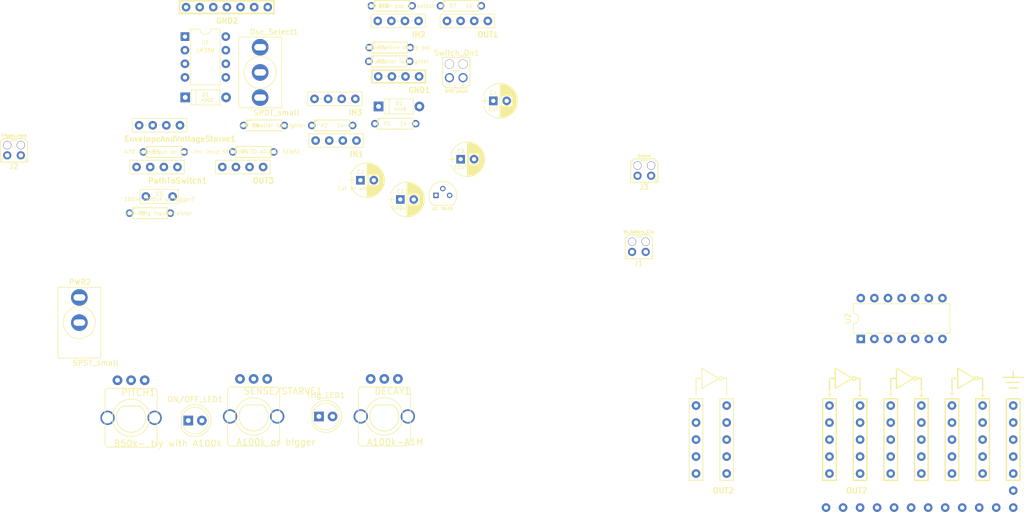
<source format=kicad_pcb>
(kicad_pcb (version 20171130) (host pcbnew "(5.0.0-rc2-dev-311-g1dd4af297)")

  (general
    (thickness 1.6)
    (drawings 0)
    (tracks 0)
    (zones 0)
    (modules 42)
    (nets 34)
  )

  (page A4)
  (layers
    (0 F.Cu signal)
    (31 B.Cu signal)
    (32 B.Adhes user)
    (33 F.Adhes user)
    (34 B.Paste user)
    (35 F.Paste user)
    (36 B.SilkS user)
    (37 F.SilkS user)
    (38 B.Mask user)
    (39 F.Mask user)
    (40 Dwgs.User user)
    (41 Cmts.User user)
    (42 Eco1.User user)
    (43 Eco2.User user)
    (44 Edge.Cuts user)
    (45 Margin user)
    (46 B.CrtYd user)
    (47 F.CrtYd user)
    (48 B.Fab user)
    (49 F.Fab user)
  )

  (setup
    (last_trace_width 0.25)
    (trace_clearance 0.2)
    (zone_clearance 0.508)
    (zone_45_only no)
    (trace_min 0.2)
    (segment_width 0.2)
    (edge_width 0.1)
    (via_size 0.8)
    (via_drill 0.4)
    (via_min_size 0.4)
    (via_min_drill 0.3)
    (uvia_size 0.3)
    (uvia_drill 0.1)
    (uvias_allowed no)
    (uvia_min_size 0.2)
    (uvia_min_drill 0.1)
    (pcb_text_width 0.3)
    (pcb_text_size 1.5 1.5)
    (mod_edge_width 0.15)
    (mod_text_size 1 1)
    (mod_text_width 0.15)
    (pad_size 1.5 1.5)
    (pad_drill 0.6)
    (pad_to_mask_clearance 0)
    (aux_axis_origin 0 0)
    (visible_elements 7FFFEFFF)
    (pcbplotparams
      (layerselection 0x010fc_ffffffff)
      (usegerberextensions false)
      (usegerberattributes false)
      (usegerberadvancedattributes false)
      (creategerberjobfile false)
      (excludeedgelayer true)
      (linewidth 0.100000)
      (plotframeref false)
      (viasonmask false)
      (mode 1)
      (useauxorigin false)
      (hpglpennumber 1)
      (hpglpenspeed 20)
      (hpglpendiameter 15)
      (psnegative false)
      (psa4output false)
      (plotreference true)
      (plotvalue true)
      (plotinvisibletext false)
      (padsonsilk false)
      (subtractmaskfromsilk false)
      (outputformat 1)
      (mirror false)
      (drillshape 1)
      (scaleselection 1)
      (outputdirectory ""))
  )

  (net 0 "")
  (net 1 "Net-(J1-Pad1)")
  (net 2 "Net-(D1-Pad2)")
  (net 3 "Net-(Osc_Select1-Pad3)")
  (net 4 "Net-(C5-Pad2)")
  (net 5 "Net-(Osc_Select1-Pad1)")
  (net 6 "Net-(R1-Pad2)")
  (net 7 +5V)
  (net 8 GND)
  (net 9 "Net-(SENSE/STARVE1-Pad2)")
  (net 10 "Net-(R1-Pad1)")
  (net 11 "Net-(PITCH1-Pad3)")
  (net 12 "Net-(PITCH1-Pad1)")
  (net 13 "Net-(DECAY1-Pad2)")
  (net 14 "Net-(Trig_LED1-Pad2)")
  (net 15 "Net-(R8-Pad2)")
  (net 16 "Net-(ON/OFF_LED1-Pad1)")
  (net 17 "Net-(J3-Pad1)")
  (net 18 "Net-(J2-Pad1)")
  (net 19 "Net-(OUT3-Pad1)")
  (net 20 "Net-(OUT2-Pad1)")
  (net 21 "Net-(OUT1-Pad1)")
  (net 22 "Net-(IN3-Pad1)")
  (net 23 "Net-(IN2-Pad1)")
  (net 24 "Net-(IN1-Pad1)")
  (net 25 "Net-(EnvelopeAndVoltageStarve1-Pad1)")
  (net 26 "Net-(C1-Pad1)")
  (net 27 "Net-(R2-Pad1)")
  (net 28 "Net-(D2-Pad2)")
  (net 29 "Net-(C2-Pad1)")
  (net 30 "Net-(C4-Pad1)")
  (net 31 "Net-(C5-Pad1)")
  (net 32 "Net-(U2-Pad13)")
  (net 33 "Net-(U2-Pad12)")

  (net_class Default "This is the default net class."
    (clearance 0.2)
    (trace_width 0.25)
    (via_dia 0.8)
    (via_drill 0.4)
    (uvia_dia 0.3)
    (uvia_drill 0.1)
    (add_net +5V)
    (add_net GND)
    (add_net "Net-(C1-Pad1)")
    (add_net "Net-(C2-Pad1)")
    (add_net "Net-(C4-Pad1)")
    (add_net "Net-(C5-Pad1)")
    (add_net "Net-(C5-Pad2)")
    (add_net "Net-(D1-Pad2)")
    (add_net "Net-(D2-Pad2)")
    (add_net "Net-(DECAY1-Pad2)")
    (add_net "Net-(EnvelopeAndVoltageStarve1-Pad1)")
    (add_net "Net-(IN1-Pad1)")
    (add_net "Net-(IN2-Pad1)")
    (add_net "Net-(IN3-Pad1)")
    (add_net "Net-(J1-Pad1)")
    (add_net "Net-(J2-Pad1)")
    (add_net "Net-(J3-Pad1)")
    (add_net "Net-(ON/OFF_LED1-Pad1)")
    (add_net "Net-(OUT1-Pad1)")
    (add_net "Net-(OUT2-Pad1)")
    (add_net "Net-(OUT3-Pad1)")
    (add_net "Net-(Osc_Select1-Pad1)")
    (add_net "Net-(Osc_Select1-Pad3)")
    (add_net "Net-(PITCH1-Pad1)")
    (add_net "Net-(PITCH1-Pad3)")
    (add_net "Net-(R1-Pad1)")
    (add_net "Net-(R1-Pad2)")
    (add_net "Net-(R2-Pad1)")
    (add_net "Net-(R8-Pad2)")
    (add_net "Net-(SENSE/STARVE1-Pad2)")
    (add_net "Net-(Trig_LED1-Pad2)")
    (add_net "Net-(U2-Pad12)")
    (add_net "Net-(U2-Pad13)")
  )

  (module zfoot:BREAKOUT (layer F.Cu) (tedit 5ABB59A2) (tstamp 5ABC3833)
    (at 213.36 99.568)
    (descr "8-lead dip package, row spacing 7.62 mm (300 mils)")
    (tags "DIL DIP PDIP 2.54mm 7.62mm 300mil")
    (path /5A32E1FA)
    (fp_text reference OUT2 (at 5.08 9.525) (layer F.SilkS)
      (effects (font (size 1.016 1.016) (thickness 0.1905)))
    )
    (fp_text value BreadBoardStrip (at -3.81 8.89) (layer F.SilkS) hide
      (effects (font (size 1.016 1.016) (thickness 0.1905)))
    )
    (fp_line (start 34.28 -8.89) (end 34.3 -8.89) (layer F.SilkS) (width 0.25))
    (fp_line (start 33.528 -9.652) (end 35.052 -9.652) (layer F.SilkS) (width 0.25))
    (fp_line (start 33.02 -10.668) (end 35.56 -10.668) (layer F.SilkS) (width 0.25))
    (fp_line (start 32.385 -11.6205) (end 36.195 -11.6205) (layer F.SilkS) (width 0.25))
    (fp_line (start 34.29 -12.7) (end 34.29 -11.6205) (layer F.SilkS) (width 0.25))
    (fp_line (start 35.56 -7.62) (end 33.02 -7.62) (layer F.SilkS) (width 0.25))
    (fp_line (start 35.56 7.62) (end 35.56 -7.62) (layer F.SilkS) (width 0.25))
    (fp_line (start 33.02 7.62) (end 35.56 7.62) (layer F.SilkS) (width 0.25))
    (fp_line (start 33.02 -7.62) (end 33.02 7.62) (layer F.SilkS) (width 0.25))
    (fp_line (start 28.575 -11.43) (end 27.94 -11.43) (layer F.SilkS) (width 0.25))
    (fp_line (start 27.305 -7.62) (end 27.305 7.62) (layer F.SilkS) (width 0.25))
    (fp_line (start 29.845 7.62) (end 29.845 -7.62) (layer F.SilkS) (width 0.25))
    (fp_line (start 27.7495 -11.43) (end 27.94 -11.43) (layer F.SilkS) (width 0.15))
    (fp_line (start 23.9395 -13.335) (end 27.1145 -11.43) (layer F.SilkS) (width 0.25))
    (fp_line (start 21.59 7.62) (end 24.13 7.62) (layer F.SilkS) (width 0.25))
    (fp_line (start 24.13 -7.62) (end 21.59 -7.62) (layer F.SilkS) (width 0.25))
    (fp_line (start 22.86 -11.43) (end 23.9395 -11.43) (layer F.SilkS) (width 0.25))
    (fp_line (start 23.9395 -9.525) (end 23.9395 -13.335) (layer F.SilkS) (width 0.25))
    (fp_line (start 23.114 -8.509) (end 22.606 -8.509) (layer F.SilkS) (width 0.15))
    (fp_circle (center 27.432 -11.43) (end 27.686 -11.2395) (layer F.SilkS) (width 0.25))
    (fp_line (start 28.575 -8.001) (end 28.321 -8.255) (layer F.SilkS) (width 0.15))
    (fp_line (start 21.59 -7.62) (end 21.59 7.62) (layer F.SilkS) (width 0.25))
    (fp_line (start 29.845 -7.62) (end 27.305 -7.62) (layer F.SilkS) (width 0.25))
    (fp_line (start 28.321 -8.255) (end 28.829 -8.255) (layer F.SilkS) (width 0.15))
    (fp_line (start 22.86 -8.763) (end 23.114 -8.509) (layer F.SilkS) (width 0.15))
    (fp_line (start 28.575 -11.43) (end 28.575 -9.144) (layer F.SilkS) (width 0.25))
    (fp_line (start 27.1145 -11.43) (end 23.9395 -9.525) (layer F.SilkS) (width 0.25))
    (fp_line (start 22.86 -11.43) (end 22.86 -9.144) (layer F.SilkS) (width 0.25))
    (fp_line (start 28.575 -8.001) (end 28.575 -8.763) (layer F.SilkS) (width 0.15))
    (fp_line (start 28.829 -8.255) (end 28.575 -8.001) (layer F.SilkS) (width 0.15))
    (fp_line (start 22.86 -8.763) (end 22.86 -8.001) (layer F.SilkS) (width 0.15))
    (fp_line (start 24.13 7.62) (end 24.13 -7.62) (layer F.SilkS) (width 0.25))
    (fp_line (start 22.606 -8.509) (end 22.86 -8.763) (layer F.SilkS) (width 0.15))
    (fp_line (start 27.305 7.62) (end 29.845 7.62) (layer F.SilkS) (width 0.25))
    (fp_line (start 17.145 -8.001) (end 17.145 -8.763) (layer F.SilkS) (width 0.15))
    (fp_line (start 17.399 -8.255) (end 17.145 -8.001) (layer F.SilkS) (width 0.15))
    (fp_line (start 16.891 -8.255) (end 17.399 -8.255) (layer F.SilkS) (width 0.15))
    (fp_line (start 11.43 -8.763) (end 11.43 -8.001) (layer F.SilkS) (width 0.15))
    (fp_line (start 11.43 -8.763) (end 11.684 -8.509) (layer F.SilkS) (width 0.15))
    (fp_line (start 17.145 -11.43) (end 17.145 -9.144) (layer F.SilkS) (width 0.25))
    (fp_line (start 11.684 -8.509) (end 11.176 -8.509) (layer F.SilkS) (width 0.15))
    (fp_line (start 11.43 -11.43) (end 11.43 -9.144) (layer F.SilkS) (width 0.25))
    (fp_line (start 11.176 -8.509) (end 11.43 -8.763) (layer F.SilkS) (width 0.15))
    (fp_line (start 12.7 7.62) (end 12.7 -7.62) (layer F.SilkS) (width 0.25))
    (fp_line (start 18.415 -7.62) (end 15.875 -7.62) (layer F.SilkS) (width 0.25))
    (fp_line (start 15.875 7.62) (end 18.415 7.62) (layer F.SilkS) (width 0.25))
    (fp_line (start 15.6845 -11.43) (end 12.5095 -9.525) (layer F.SilkS) (width 0.25))
    (fp_circle (center 16.002 -11.43) (end 16.256 -11.2395) (layer F.SilkS) (width 0.25))
    (fp_line (start 17.145 -8.001) (end 16.891 -8.255) (layer F.SilkS) (width 0.15))
    (fp_line (start 10.16 -7.62) (end 10.16 7.62) (layer F.SilkS) (width 0.25))
    (fp_line (start 15.875 -7.62) (end 15.875 7.62) (layer F.SilkS) (width 0.25))
    (fp_line (start 10.16 7.62) (end 12.7 7.62) (layer F.SilkS) (width 0.25))
    (fp_line (start 12.5095 -13.335) (end 15.6845 -11.43) (layer F.SilkS) (width 0.25))
    (fp_line (start 12.7 -7.62) (end 10.16 -7.62) (layer F.SilkS) (width 0.25))
    (fp_line (start 12.5095 -9.525) (end 12.5095 -13.335) (layer F.SilkS) (width 0.25))
    (fp_line (start 11.43 -11.43) (end 12.5095 -11.43) (layer F.SilkS) (width 0.25))
    (fp_line (start 16.3195 -11.43) (end 16.51 -11.43) (layer F.SilkS) (width 0.15))
    (fp_line (start 18.415 7.62) (end 18.415 -7.62) (layer F.SilkS) (width 0.25))
    (fp_line (start 17.145 -11.43) (end 16.51 -11.43) (layer F.SilkS) (width 0.25))
    (fp_line (start 5.715 -11.43) (end 5.715 -9.144) (layer F.SilkS) (width 0.25))
    (fp_line (start 0 -11.43) (end 0 -9.144) (layer F.SilkS) (width 0.25))
    (fp_line (start 0 -8.763) (end 0.254 -8.509) (layer F.SilkS) (width 0.15))
    (fp_line (start 0.254 -8.509) (end -0.254 -8.509) (layer F.SilkS) (width 0.15))
    (fp_line (start 0 -8.763) (end 0 -8.001) (layer F.SilkS) (width 0.15))
    (fp_line (start -0.254 -8.509) (end 0 -8.763) (layer F.SilkS) (width 0.15))
    (fp_line (start 5.715 -8.001) (end 5.715 -8.763) (layer F.SilkS) (width 0.15))
    (fp_line (start 5.969 -8.255) (end 5.715 -8.001) (layer F.SilkS) (width 0.15))
    (fp_line (start 5.461 -8.255) (end 5.969 -8.255) (layer F.SilkS) (width 0.15))
    (fp_line (start 5.715 -8.001) (end 5.461 -8.255) (layer F.SilkS) (width 0.15))
    (fp_line (start -1.27 -7.62) (end -1.27 7.62) (layer F.SilkS) (width 0.25))
    (fp_line (start -1.27 7.62) (end 1.27 7.62) (layer F.SilkS) (width 0.25))
    (fp_line (start 1.27 7.62) (end 1.27 -7.62) (layer F.SilkS) (width 0.25))
    (fp_line (start 1.27 -7.62) (end -1.27 -7.62) (layer F.SilkS) (width 0.25))
    (fp_line (start 6.985 -7.62) (end 4.445 -7.62) (layer F.SilkS) (width 0.25))
    (fp_line (start 4.445 7.62) (end 6.985 7.62) (layer F.SilkS) (width 0.25))
    (fp_line (start 6.985 7.62) (end 6.985 -7.62) (layer F.SilkS) (width 0.25))
    (fp_line (start 4.445 -7.62) (end 4.445 7.62) (layer F.SilkS) (width 0.25))
    (fp_line (start 1.0795 -9.525) (end 1.0795 -13.335) (layer F.SilkS) (width 0.25))
    (fp_line (start 1.0795 -13.335) (end 4.2545 -11.43) (layer F.SilkS) (width 0.25))
    (fp_line (start 4.2545 -11.43) (end 1.0795 -9.525) (layer F.SilkS) (width 0.25))
    (fp_circle (center 4.572 -11.43) (end 4.826 -11.2395) (layer F.SilkS) (width 0.25))
    (fp_line (start 4.8895 -11.43) (end 5.08 -11.43) (layer F.SilkS) (width 0.15))
    (fp_line (start 5.715 -11.43) (end 5.08 -11.43) (layer F.SilkS) (width 0.25))
    (fp_line (start 0 -11.43) (end 1.0795 -11.43) (layer F.SilkS) (width 0.25))
    (pad 1 thru_hole oval (at 34.29 12.7 180) (size 1.6 1.6) (drill 0.8) (layers *.Cu *.Mask))
    (pad 1 thru_hole oval (at 2.54 12.7 270) (size 1.6 1.6) (drill 0.8) (layers *.Cu *.Mask))
    (pad 1 thru_hole oval (at 5.715 12.7 270) (size 1.6 1.6) (drill 0.8) (layers *.Cu *.Mask))
    (pad 1 thru_hole oval (at -0.635 12.7 270) (size 1.6 1.6) (drill 0.8) (layers *.Cu *.Mask))
    (pad 1 thru_hole oval (at 8.89 12.7 270) (size 1.6 1.6) (drill 0.8) (layers *.Cu *.Mask))
    (pad 1 thru_hole oval (at 15.24 12.7 270) (size 1.6 1.6) (drill 0.8) (layers *.Cu *.Mask))
    (pad 1 thru_hole oval (at 18.415 12.7 270) (size 1.6 1.6) (drill 0.8) (layers *.Cu *.Mask))
    (pad 1 thru_hole oval (at 12.065 12.7 270) (size 1.6 1.6) (drill 0.8) (layers *.Cu *.Mask))
    (pad 1 thru_hole oval (at 31.115 12.7 270) (size 1.6 1.6) (drill 0.8) (layers *.Cu *.Mask))
    (pad 1 thru_hole oval (at 21.59 12.7 270) (size 1.6 1.6) (drill 0.8) (layers *.Cu *.Mask))
    (pad 1 thru_hole oval (at 27.94 12.7 270) (size 1.6 1.6) (drill 0.8) (layers *.Cu *.Mask))
    (pad 1 thru_hole oval (at 24.765 12.7 270) (size 1.6 1.6) (drill 0.8) (layers *.Cu *.Mask))
    (pad 1 thru_hole oval (at 34.29 9.525 180) (size 1.6 1.6) (drill 0.8) (layers *.Cu *.Mask))
    (pad 1 thru_hole oval (at 34.29 -3.175 180) (size 1.6 1.6) (drill 0.8) (layers *.Cu *.Mask))
    (pad 1 thru_hole oval (at 34.29 6.35 180) (size 1.6 1.6) (drill 0.8) (layers *.Cu *.Mask))
    (pad 1 thru_hole oval (at 34.29 0 180) (size 1.6 1.6) (drill 0.8) (layers *.Cu *.Mask))
    (pad 1 thru_hole oval (at 34.29 3.175 180) (size 1.6 1.6) (drill 0.8) (layers *.Cu *.Mask))
    (pad 1 thru_hole oval (at 34.29 -6.35 180) (size 1.6 1.6) (drill 0.8) (layers *.Cu *.Mask))
    (pad 1 thru_hole oval (at 22.86 -3.175 180) (size 1.6 1.6) (drill 0.8) (layers *.Cu *.Mask))
    (pad 1 thru_hole oval (at 28.575 0 180) (size 1.6 1.6) (drill 0.8) (layers *.Cu *.Mask))
    (pad 1 thru_hole oval (at 28.575 -6.35 180) (size 1.6 1.6) (drill 0.8) (layers *.Cu *.Mask))
    (pad 1 thru_hole oval (at 28.575 -3.175 180) (size 1.6 1.6) (drill 0.8) (layers *.Cu *.Mask))
    (pad 1 thru_hole oval (at 28.575 6.35 180) (size 1.6 1.6) (drill 0.8) (layers *.Cu *.Mask))
    (pad 1 thru_hole oval (at 28.575 3.175 180) (size 1.6 1.6) (drill 0.8) (layers *.Cu *.Mask))
    (pad 1 thru_hole oval (at 22.86 0 180) (size 1.6 1.6) (drill 0.8) (layers *.Cu *.Mask))
    (pad 1 thru_hole oval (at 22.86 3.175 180) (size 1.6 1.6) (drill 0.8) (layers *.Cu *.Mask))
    (pad 1 thru_hole oval (at 22.86 -6.35 180) (size 1.6 1.6) (drill 0.8) (layers *.Cu *.Mask))
    (pad 1 thru_hole oval (at 22.86 6.35 180) (size 1.6 1.6) (drill 0.8) (layers *.Cu *.Mask))
    (pad 1 thru_hole oval (at 11.43 0 180) (size 1.6 1.6) (drill 0.8) (layers *.Cu *.Mask))
    (pad 1 thru_hole oval (at 17.145 0 180) (size 1.6 1.6) (drill 0.8) (layers *.Cu *.Mask))
    (pad 1 thru_hole oval (at 11.43 3.175 180) (size 1.6 1.6) (drill 0.8) (layers *.Cu *.Mask))
    (pad 1 thru_hole oval (at 11.43 6.35 180) (size 1.6 1.6) (drill 0.8) (layers *.Cu *.Mask))
    (pad 1 thru_hole oval (at 17.145 -3.175 180) (size 1.6 1.6) (drill 0.8) (layers *.Cu *.Mask))
    (pad 1 thru_hole oval (at 11.43 -6.35 180) (size 1.6 1.6) (drill 0.8) (layers *.Cu *.Mask))
    (pad 1 thru_hole oval (at 17.145 6.35 180) (size 1.6 1.6) (drill 0.8) (layers *.Cu *.Mask))
    (pad 1 thru_hole oval (at 11.43 -3.175 180) (size 1.6 1.6) (drill 0.8) (layers *.Cu *.Mask))
    (pad 1 thru_hole oval (at 17.145 -6.35 180) (size 1.6 1.6) (drill 0.8) (layers *.Cu *.Mask))
    (pad 1 thru_hole oval (at 17.145 3.175 180) (size 1.6 1.6) (drill 0.8) (layers *.Cu *.Mask))
    (pad 1 thru_hole oval (at 0 -3.175 180) (size 1.6 1.6) (drill 0.8) (layers *.Cu *.Mask))
    (pad 1 thru_hole oval (at 0 0 180) (size 1.6 1.6) (drill 0.8) (layers *.Cu *.Mask))
    (pad 1 thru_hole oval (at 0 3.175 180) (size 1.6 1.6) (drill 0.8) (layers *.Cu *.Mask))
    (pad 1 thru_hole oval (at 0 6.35 180) (size 1.6 1.6) (drill 0.8) (layers *.Cu *.Mask))
    (pad 1 thru_hole oval (at 0 -6.35 180) (size 1.6 1.6) (drill 0.8) (layers *.Cu *.Mask))
    (pad 1 thru_hole oval (at 5.715 -3.175 180) (size 1.6 1.6) (drill 0.8) (layers *.Cu *.Mask))
    (pad 1 thru_hole oval (at 5.715 6.35 180) (size 1.6 1.6) (drill 0.8) (layers *.Cu *.Mask))
    (pad 1 thru_hole oval (at 5.715 0 180) (size 1.6 1.6) (drill 0.8) (layers *.Cu *.Mask))
    (pad 1 thru_hole oval (at 5.715 -6.35 180) (size 1.6 1.6) (drill 0.8) (layers *.Cu *.Mask))
    (pad 1 thru_hole oval (at 5.715 3.175 180) (size 1.6 1.6) (drill 0.8) (layers *.Cu *.Mask))
    (model ${KISYS3DMOD}/Housings_DIP.3dshapes/DIP-8_W7.62mm.wrl
      (at (xyz 0 0 0))
      (scale (xyz 1 1 1))
      (rotate (xyz 0 0 0))
    )
  )

  (module zfoot:BREAKOUT (layer F.Cu) (tedit 5ABB551C) (tstamp 5ABBCEB8)
    (at 188.468 99.568)
    (descr "8-lead dip package, row spacing 7.62 mm (300 mils)")
    (tags "DIL DIP PDIP 2.54mm 7.62mm 300mil")
    (path /5A32E1FA)
    (fp_text reference OUT2 (at 5.08 9.525) (layer F.SilkS)
      (effects (font (size 1.016 1.016) (thickness 0.1905)))
    )
    (fp_text value BreadBoardStrip (at -3.81 8.89) (layer F.SilkS) hide
      (effects (font (size 1.016 1.016) (thickness 0.1905)))
    )
    (fp_line (start 0 -11.43) (end 1.0795 -11.43) (layer F.SilkS) (width 0.15))
    (fp_line (start 5.715 -11.43) (end 5.08 -11.43) (layer F.SilkS) (width 0.15))
    (fp_line (start 4.8895 -11.43) (end 5.08 -11.43) (layer F.SilkS) (width 0.15))
    (fp_circle (center 4.572 -11.43) (end 4.826 -11.2395) (layer F.SilkS) (width 0.15))
    (fp_line (start 4.2545 -11.43) (end 1.0795 -9.525) (layer F.SilkS) (width 0.15))
    (fp_line (start 1.0795 -13.335) (end 4.2545 -11.43) (layer F.SilkS) (width 0.15))
    (fp_line (start 1.0795 -9.525) (end 1.0795 -13.335) (layer F.SilkS) (width 0.15))
    (fp_line (start 4.445 -7.62) (end 4.445 7.62) (layer F.SilkS) (width 0.15))
    (fp_line (start 6.985 7.62) (end 6.985 -7.62) (layer F.SilkS) (width 0.15))
    (fp_line (start 5.715 -8.255) (end 5.715 -11.43) (layer F.SilkS) (width 0.15))
    (fp_line (start 4.445 7.62) (end 6.985 7.62) (layer F.SilkS) (width 0.15))
    (fp_line (start 6.985 -7.62) (end 4.445 -7.62) (layer F.SilkS) (width 0.15))
    (fp_line (start 0 -8.255) (end 0 -11.43) (layer F.SilkS) (width 0.15))
    (fp_line (start 1.27 -7.62) (end -1.27 -7.62) (layer F.SilkS) (width 0.15))
    (fp_line (start 1.27 7.62) (end 1.27 -7.62) (layer F.SilkS) (width 0.15))
    (fp_line (start -1.27 7.62) (end 1.27 7.62) (layer F.SilkS) (width 0.15))
    (fp_line (start -1.27 -7.62) (end -1.27 7.62) (layer F.SilkS) (width 0.15))
    (pad 1 thru_hole oval (at 5.715 3.175 180) (size 1.6 1.6) (drill 0.8) (layers *.Cu *.Mask))
    (pad 1 thru_hole oval (at 5.715 -6.35 180) (size 1.6 1.6) (drill 0.8) (layers *.Cu *.Mask))
    (pad 1 thru_hole oval (at 5.715 0 180) (size 1.6 1.6) (drill 0.8) (layers *.Cu *.Mask))
    (pad 1 thru_hole oval (at 5.715 6.35 180) (size 1.6 1.6) (drill 0.8) (layers *.Cu *.Mask))
    (pad 1 thru_hole oval (at 5.715 -3.175 180) (size 1.6 1.6) (drill 0.8) (layers *.Cu *.Mask))
    (pad 1 thru_hole oval (at 0 -6.35 180) (size 1.6 1.6) (drill 0.8) (layers *.Cu *.Mask))
    (pad 1 thru_hole oval (at 0 6.35 180) (size 1.6 1.6) (drill 0.8) (layers *.Cu *.Mask))
    (pad 1 thru_hole oval (at 0 3.175 180) (size 1.6 1.6) (drill 0.8) (layers *.Cu *.Mask))
    (pad 1 thru_hole oval (at 0 0 180) (size 1.6 1.6) (drill 0.8) (layers *.Cu *.Mask))
    (pad 1 thru_hole oval (at 0 -3.175 180) (size 1.6 1.6) (drill 0.8) (layers *.Cu *.Mask))
    (model ${KISYS3DMOD}/Housings_DIP.3dshapes/DIP-8_W7.62mm.wrl
      (at (xyz 0 0 0))
      (scale (xyz 1 1 1))
      (rotate (xyz 0 0 0))
    )
  )

  (module zfoot:Jack_Instrument_Bigger (layer F.Cu) (tedit 5AB9C981) (tstamp 5ABC12E8)
    (at 143.720595 31.97975)
    (path /5A33654C)
    (fp_text reference Switch_On1 (at 0.0635 -4.6355 180) (layer F.SilkS)
      (effects (font (size 1 1) (thickness 0.15)))
    )
    (fp_text value SPST_small (at 0 2.54 180) (layer F.SilkS)
      (effects (font (size 0.5 0.5) (thickness 0.125)))
    )
    (fp_line (start 2.54 -3.81) (end -2.54 -3.81) (layer F.SilkS) (width 0.15))
    (fp_line (start -2.54 -3.81) (end -2.54 1.27) (layer F.SilkS) (width 0.15))
    (fp_line (start -2.54 1.27) (end -1.905 1.905) (layer F.SilkS) (width 0.15))
    (fp_line (start -1.905 1.905) (end 1.905 1.905) (layer F.SilkS) (width 0.15))
    (fp_line (start 1.905 1.905) (end 2.54 1.27) (layer F.SilkS) (width 0.15))
    (fp_line (start 2.54 1.27) (end 2.54 -3.81) (layer F.SilkS) (width 0.15))
    (fp_text user T (at -1.27 1.27 180) (layer F.SilkS)
      (effects (font (size 0.5 0.5) (thickness 0.125)))
    )
    (fp_text user S (at 1.27 1.27 180) (layer F.SilkS)
      (effects (font (size 0.5 0.5) (thickness 0.125)))
    )
    (fp_text user STRAIN (at 0 -1.27 180) (layer F.SilkS)
      (effects (font (size 0.25 0.25) (thickness 0.0625)))
    )
    (pad 1 thru_hole circle (at -1.27 0 180) (size 1.7 1.7) (drill 1.2) (layers *.Cu *.Mask)
      (net 6 "Net-(R1-Pad2)"))
    (pad 2 thru_hole circle (at 1.27 0 180) (size 1.7 1.7) (drill 1.2) (layers *.Cu *.Mask)
      (net 7 +5V))
    (pad "" thru_hole circle (at 1.27 -2.54 180) (size 1.7 1.7) (drill 1.6) (layers *.Cu *.Mask))
    (pad "" thru_hole circle (at -1.27 -2.54 180) (size 1.7 1.7) (drill 1.6) (layers *.Cu *.Mask))
  )

  (module zfoot:LED_D5.0mm (layer F.Cu) (tedit 5995936A) (tstamp 5ABBEFF6)
    (at 93.726 96.012)
    (descr "LED, diameter 5.0mm, 2 pins, http://cdn-reichelt.de/documents/datenblatt/A500/LL-504BC2E-009.pdf")
    (tags "LED diameter 5.0mm 2 pins")
    (path /5A333512)
    (fp_text reference ON/OFF_LED1 (at 1.27 -3.96) (layer F.SilkS)
      (effects (font (size 1 1) (thickness 0.15)))
    )
    (fp_text value LED-C1-A2 (at 1.27 3.96) (layer F.Fab)
      (effects (font (size 1 1) (thickness 0.15)))
    )
    (fp_arc (start 1.27 0) (end -1.23 -1.469694) (angle 299.1) (layer F.Fab) (width 0.1))
    (fp_arc (start 1.27 0) (end -1.29 -1.54483) (angle 148.9) (layer F.SilkS) (width 0.12))
    (fp_arc (start 1.27 0) (end -1.29 1.54483) (angle -148.9) (layer F.SilkS) (width 0.12))
    (fp_circle (center 1.27 0) (end 3.77 0) (layer F.Fab) (width 0.1))
    (fp_circle (center 1.27 0) (end 3.77 0) (layer F.SilkS) (width 0.12))
    (fp_line (start -1.23 -1.469694) (end -1.23 1.469694) (layer F.Fab) (width 0.1))
    (fp_line (start -1.29 -1.545) (end -1.29 1.545) (layer F.SilkS) (width 0.12))
    (fp_line (start -1.95 -3.25) (end -1.95 3.25) (layer F.CrtYd) (width 0.05))
    (fp_line (start -1.95 3.25) (end 4.5 3.25) (layer F.CrtYd) (width 0.05))
    (fp_line (start 4.5 3.25) (end 4.5 -3.25) (layer F.CrtYd) (width 0.05))
    (fp_line (start 4.5 -3.25) (end -1.95 -3.25) (layer F.CrtYd) (width 0.05))
    (fp_text user %R (at 1.25 0) (layer F.Fab)
      (effects (font (size 0.8 0.8) (thickness 0.2)))
    )
    (pad 1 thru_hole rect (at 0 0) (size 1.8 1.8) (drill 0.9) (layers *.Cu *.Mask)
      (net 16 "Net-(ON/OFF_LED1-Pad1)"))
    (pad 2 thru_hole circle (at 2.54 0) (size 1.8 1.8) (drill 0.9) (layers *.Cu *.Mask)
      (net 2 "Net-(D1-Pad2)"))
    (model ${KISYS3DMOD}/LEDs.3dshapes/LED_D5.0mm.wrl
      (at (xyz 0 0 0))
      (scale (xyz 0.393701 0.393701 0.393701))
      (rotate (xyz 0 0 0))
    )
  )

  (module zfoot:LED_D5.0mm (layer F.Cu) (tedit 5995936A) (tstamp 5ABBEFE5)
    (at 118.11 95.25)
    (descr "LED, diameter 5.0mm, 2 pins, http://cdn-reichelt.de/documents/datenblatt/A500/LL-504BC2E-009.pdf")
    (tags "LED diameter 5.0mm 2 pins")
    (path /5A332943)
    (fp_text reference Trig_LED1 (at 1.27 -3.96) (layer F.SilkS)
      (effects (font (size 1 1) (thickness 0.15)))
    )
    (fp_text value LED-C1-A2 (at 1.27 3.96) (layer F.Fab)
      (effects (font (size 1 1) (thickness 0.15)))
    )
    (fp_text user %R (at 1.25 0) (layer F.Fab)
      (effects (font (size 0.8 0.8) (thickness 0.2)))
    )
    (fp_line (start 4.5 -3.25) (end -1.95 -3.25) (layer F.CrtYd) (width 0.05))
    (fp_line (start 4.5 3.25) (end 4.5 -3.25) (layer F.CrtYd) (width 0.05))
    (fp_line (start -1.95 3.25) (end 4.5 3.25) (layer F.CrtYd) (width 0.05))
    (fp_line (start -1.95 -3.25) (end -1.95 3.25) (layer F.CrtYd) (width 0.05))
    (fp_line (start -1.29 -1.545) (end -1.29 1.545) (layer F.SilkS) (width 0.12))
    (fp_line (start -1.23 -1.469694) (end -1.23 1.469694) (layer F.Fab) (width 0.1))
    (fp_circle (center 1.27 0) (end 3.77 0) (layer F.SilkS) (width 0.12))
    (fp_circle (center 1.27 0) (end 3.77 0) (layer F.Fab) (width 0.1))
    (fp_arc (start 1.27 0) (end -1.29 1.54483) (angle -148.9) (layer F.SilkS) (width 0.12))
    (fp_arc (start 1.27 0) (end -1.29 -1.54483) (angle 148.9) (layer F.SilkS) (width 0.12))
    (fp_arc (start 1.27 0) (end -1.23 -1.469694) (angle 299.1) (layer F.Fab) (width 0.1))
    (pad 2 thru_hole circle (at 2.54 0) (size 1.8 1.8) (drill 0.9) (layers *.Cu *.Mask)
      (net 14 "Net-(Trig_LED1-Pad2)"))
    (pad 1 thru_hole rect (at 0 0) (size 1.8 1.8) (drill 0.9) (layers *.Cu *.Mask)
      (net 15 "Net-(R8-Pad2)"))
    (model ${KISYS3DMOD}/LEDs.3dshapes/LED_D5.0mm.wrl
      (at (xyz 0 0 0))
      (scale (xyz 0.393701 0.393701 0.393701))
      (rotate (xyz 0 0 0))
    )
  )

  (module 4ms-footprints:Cap_Ceramic_TH (layer F.Cu) (tedit 593AF7BD) (tstamp 5ABBD2AA)
    (at 85.810666 54.167001)
    (descr "C, Disc series, Radial, pin pitch=5.00mm, , diameter*width=7*2.5mm^2, Capacitor, http://cdn-reichelt.de/documents/datenblatt/B300/DS_KERKO_TC.pdf")
    (tags "C Disc series Radial pin pitch 5.00mm  diameter 7mm width 2.5mm Capacitor")
    (path /5A3339E6)
    (fp_text reference C5 (at 2.54 -0.508) (layer F.SilkS)
      (effects (font (size 0.7 0.7) (thickness 0.1)))
    )
    (fp_text value "100nf-220nF or bigger?" (at 2.54 0.508) (layer F.SilkS)
      (effects (font (size 0.7 0.7) (thickness 0.1)))
    )
    (fp_line (start -1 -1.25) (end -1 1.25) (layer F.Fab) (width 0.1))
    (fp_line (start -1 1.25) (end 6 1.25) (layer F.Fab) (width 0.1))
    (fp_line (start 6 1.25) (end 6 -1.25) (layer F.Fab) (width 0.1))
    (fp_line (start 6 -1.25) (end -1 -1.25) (layer F.Fab) (width 0.1))
    (fp_line (start -1.06 -1.31) (end 6.06 -1.31) (layer F.SilkS) (width 0.12))
    (fp_line (start -1.06 1.31) (end 6.06 1.31) (layer F.SilkS) (width 0.12))
    (fp_line (start -1.06 -1.31) (end -1.06 1.31) (layer F.SilkS) (width 0.12))
    (fp_line (start 6.06 -1.31) (end 6.06 1.31) (layer F.SilkS) (width 0.12))
    (fp_line (start -1.35 -1.6) (end -1.35 1.6) (layer F.CrtYd) (width 0.05))
    (fp_line (start -1.35 1.6) (end 6.35 1.6) (layer F.CrtYd) (width 0.05))
    (fp_line (start 6.35 1.6) (end 6.35 -1.6) (layer F.CrtYd) (width 0.05))
    (fp_line (start 6.35 -1.6) (end -1.35 -1.6) (layer F.CrtYd) (width 0.05))
    (pad 1 thru_hole circle (at 0 0) (size 1.6 1.6) (drill 0.8) (layers *.Cu *.Mask)
      (net 31 "Net-(C5-Pad1)"))
    (pad 2 thru_hole circle (at 5 0) (size 1.6 1.6) (drill 0.8) (layers *.Cu *.Mask)
      (net 4 "Net-(C5-Pad2)"))
    (model ${KISYS3DMOD}/Capacitors_THT.3dshapes/C_Disc_D7.0mm_W2.5mm_P5.00mm.wrl
      (at (xyz 0 0 0))
      (scale (xyz 0.393701 0.393701 0.393701))
      (rotate (xyz 0 0 0))
    )
  )

  (module 4ms-footprints:Cap_Electrolytic_TH (layer F.Cu) (tedit 594086EC) (tstamp 5ABBD298)
    (at 133.289001 54.727001)
    (descr "CP, Radial series, Radial, pin pitch=2.50mm, , diameter=6.3mm, Electrolytic Capacitor")
    (tags "CP Radial series Radial pin pitch 2.50mm  diameter 6.3mm Electrolytic Capacitor")
    (path /5A33391E)
    (fp_text reference C1 (at 0 -1.524) (layer F.SilkS)
      (effects (font (size 0.7 0.7) (thickness 0.1)))
    )
    (fp_text value 100uF (at 0 1.524) (layer F.SilkS)
      (effects (font (size 0.7 0.7) (thickness 0.1)))
    )
    (fp_arc (start 1.25 0) (end 4.338236 -0.98) (angle 35.2) (layer F.SilkS) (width 0.12))
    (fp_arc (start 1.25 0) (end -1.838236 0.98) (angle -144.8) (layer F.SilkS) (width 0.12))
    (fp_arc (start 1.25 0) (end -1.838236 -0.98) (angle 144.8) (layer F.SilkS) (width 0.12))
    (fp_circle (center 1.25 0) (end 4.4 0) (layer F.Fab) (width 0.1))
    (fp_line (start 4.75 -3.5) (end -2.25 -3.5) (layer F.CrtYd) (width 0.05))
    (fp_line (start 4.75 3.5) (end 4.75 -3.5) (layer F.CrtYd) (width 0.05))
    (fp_line (start -2.25 3.5) (end 4.75 3.5) (layer F.CrtYd) (width 0.05))
    (fp_line (start -2.25 -3.5) (end -2.25 3.5) (layer F.CrtYd) (width 0.05))
    (fp_line (start -1.6 -0.65) (end -1.6 0.65) (layer F.SilkS) (width 0.12))
    (fp_line (start -2.2 0) (end -1 0) (layer F.SilkS) (width 0.12))
    (fp_line (start 4.451 -0.468) (end 4.451 0.468) (layer F.SilkS) (width 0.12))
    (fp_line (start 4.411 -0.676) (end 4.411 0.676) (layer F.SilkS) (width 0.12))
    (fp_line (start 4.371 -0.834) (end 4.371 0.834) (layer F.SilkS) (width 0.12))
    (fp_line (start 4.331 -0.966) (end 4.331 0.966) (layer F.SilkS) (width 0.12))
    (fp_line (start 4.291 -1.081) (end 4.291 1.081) (layer F.SilkS) (width 0.12))
    (fp_line (start 4.251 -1.184) (end 4.251 1.184) (layer F.SilkS) (width 0.12))
    (fp_line (start 4.211 -1.278) (end 4.211 1.278) (layer F.SilkS) (width 0.12))
    (fp_line (start 4.171 -1.364) (end 4.171 1.364) (layer F.SilkS) (width 0.12))
    (fp_line (start 4.131 -1.445) (end 4.131 1.445) (layer F.SilkS) (width 0.12))
    (fp_line (start 4.091 -1.52) (end 4.091 1.52) (layer F.SilkS) (width 0.12))
    (fp_line (start 4.051 -1.591) (end 4.051 1.591) (layer F.SilkS) (width 0.12))
    (fp_line (start 4.011 -1.658) (end 4.011 1.658) (layer F.SilkS) (width 0.12))
    (fp_line (start 3.971 -1.721) (end 3.971 1.721) (layer F.SilkS) (width 0.12))
    (fp_line (start 3.931 -1.781) (end 3.931 1.781) (layer F.SilkS) (width 0.12))
    (fp_line (start 3.891 -1.839) (end 3.891 1.839) (layer F.SilkS) (width 0.12))
    (fp_line (start 3.851 -1.894) (end 3.851 1.894) (layer F.SilkS) (width 0.12))
    (fp_line (start 3.811 -1.946) (end 3.811 1.946) (layer F.SilkS) (width 0.12))
    (fp_line (start 3.771 -1.997) (end 3.771 1.997) (layer F.SilkS) (width 0.12))
    (fp_line (start 3.731 -2.045) (end 3.731 2.045) (layer F.SilkS) (width 0.12))
    (fp_line (start 3.691 -2.092) (end 3.691 2.092) (layer F.SilkS) (width 0.12))
    (fp_line (start 3.651 -2.137) (end 3.651 2.137) (layer F.SilkS) (width 0.12))
    (fp_line (start 3.611 -2.18) (end 3.611 2.18) (layer F.SilkS) (width 0.12))
    (fp_line (start 3.571 -2.222) (end 3.571 2.222) (layer F.SilkS) (width 0.12))
    (fp_line (start 3.531 -2.262) (end 3.531 2.262) (layer F.SilkS) (width 0.12))
    (fp_line (start 3.491 -2.301) (end 3.491 2.301) (layer F.SilkS) (width 0.12))
    (fp_line (start 3.451 0.98) (end 3.451 2.339) (layer F.SilkS) (width 0.12))
    (fp_line (start 3.451 -2.339) (end 3.451 -0.98) (layer F.SilkS) (width 0.12))
    (fp_line (start 3.411 0.98) (end 3.411 2.375) (layer F.SilkS) (width 0.12))
    (fp_line (start 3.411 -2.375) (end 3.411 -0.98) (layer F.SilkS) (width 0.12))
    (fp_line (start 3.371 0.98) (end 3.371 2.411) (layer F.SilkS) (width 0.12))
    (fp_line (start 3.371 -2.411) (end 3.371 -0.98) (layer F.SilkS) (width 0.12))
    (fp_line (start 3.331 0.98) (end 3.331 2.445) (layer F.SilkS) (width 0.12))
    (fp_line (start 3.331 -2.445) (end 3.331 -0.98) (layer F.SilkS) (width 0.12))
    (fp_line (start 3.291 0.98) (end 3.291 2.478) (layer F.SilkS) (width 0.12))
    (fp_line (start 3.291 -2.478) (end 3.291 -0.98) (layer F.SilkS) (width 0.12))
    (fp_line (start 3.251 0.98) (end 3.251 2.51) (layer F.SilkS) (width 0.12))
    (fp_line (start 3.251 -2.51) (end 3.251 -0.98) (layer F.SilkS) (width 0.12))
    (fp_line (start 3.211 0.98) (end 3.211 2.54) (layer F.SilkS) (width 0.12))
    (fp_line (start 3.211 -2.54) (end 3.211 -0.98) (layer F.SilkS) (width 0.12))
    (fp_line (start 3.171 0.98) (end 3.171 2.57) (layer F.SilkS) (width 0.12))
    (fp_line (start 3.171 -2.57) (end 3.171 -0.98) (layer F.SilkS) (width 0.12))
    (fp_line (start 3.131 0.98) (end 3.131 2.599) (layer F.SilkS) (width 0.12))
    (fp_line (start 3.131 -2.599) (end 3.131 -0.98) (layer F.SilkS) (width 0.12))
    (fp_line (start 3.091 0.98) (end 3.091 2.627) (layer F.SilkS) (width 0.12))
    (fp_line (start 3.091 -2.627) (end 3.091 -0.98) (layer F.SilkS) (width 0.12))
    (fp_line (start 3.051 0.98) (end 3.051 2.654) (layer F.SilkS) (width 0.12))
    (fp_line (start 3.051 -2.654) (end 3.051 -0.98) (layer F.SilkS) (width 0.12))
    (fp_line (start 3.011 0.98) (end 3.011 2.681) (layer F.SilkS) (width 0.12))
    (fp_line (start 3.011 -2.681) (end 3.011 -0.98) (layer F.SilkS) (width 0.12))
    (fp_line (start 2.971 0.98) (end 2.971 2.706) (layer F.SilkS) (width 0.12))
    (fp_line (start 2.971 -2.706) (end 2.971 -0.98) (layer F.SilkS) (width 0.12))
    (fp_line (start 2.931 0.98) (end 2.931 2.731) (layer F.SilkS) (width 0.12))
    (fp_line (start 2.931 -2.731) (end 2.931 -0.98) (layer F.SilkS) (width 0.12))
    (fp_line (start 2.891 0.98) (end 2.891 2.755) (layer F.SilkS) (width 0.12))
    (fp_line (start 2.891 -2.755) (end 2.891 -0.98) (layer F.SilkS) (width 0.12))
    (fp_line (start 2.851 0.98) (end 2.851 2.778) (layer F.SilkS) (width 0.12))
    (fp_line (start 2.851 -2.778) (end 2.851 -0.98) (layer F.SilkS) (width 0.12))
    (fp_line (start 2.811 0.98) (end 2.811 2.8) (layer F.SilkS) (width 0.12))
    (fp_line (start 2.811 -2.8) (end 2.811 -0.98) (layer F.SilkS) (width 0.12))
    (fp_line (start 2.771 0.98) (end 2.771 2.822) (layer F.SilkS) (width 0.12))
    (fp_line (start 2.771 -2.822) (end 2.771 -0.98) (layer F.SilkS) (width 0.12))
    (fp_line (start 2.731 0.98) (end 2.731 2.843) (layer F.SilkS) (width 0.12))
    (fp_line (start 2.731 -2.843) (end 2.731 -0.98) (layer F.SilkS) (width 0.12))
    (fp_line (start 2.691 0.98) (end 2.691 2.863) (layer F.SilkS) (width 0.12))
    (fp_line (start 2.691 -2.863) (end 2.691 -0.98) (layer F.SilkS) (width 0.12))
    (fp_line (start 2.651 0.98) (end 2.651 2.882) (layer F.SilkS) (width 0.12))
    (fp_line (start 2.651 -2.882) (end 2.651 -0.98) (layer F.SilkS) (width 0.12))
    (fp_line (start 2.611 0.98) (end 2.611 2.901) (layer F.SilkS) (width 0.12))
    (fp_line (start 2.611 -2.901) (end 2.611 -0.98) (layer F.SilkS) (width 0.12))
    (fp_line (start 2.571 0.98) (end 2.571 2.919) (layer F.SilkS) (width 0.12))
    (fp_line (start 2.571 -2.919) (end 2.571 -0.98) (layer F.SilkS) (width 0.12))
    (fp_line (start 2.531 0.98) (end 2.531 2.937) (layer F.SilkS) (width 0.12))
    (fp_line (start 2.531 -2.937) (end 2.531 -0.98) (layer F.SilkS) (width 0.12))
    (fp_line (start 2.491 0.98) (end 2.491 2.954) (layer F.SilkS) (width 0.12))
    (fp_line (start 2.491 -2.954) (end 2.491 -0.98) (layer F.SilkS) (width 0.12))
    (fp_line (start 2.451 0.98) (end 2.451 2.97) (layer F.SilkS) (width 0.12))
    (fp_line (start 2.451 -2.97) (end 2.451 -0.98) (layer F.SilkS) (width 0.12))
    (fp_line (start 2.411 0.98) (end 2.411 2.986) (layer F.SilkS) (width 0.12))
    (fp_line (start 2.411 -2.986) (end 2.411 -0.98) (layer F.SilkS) (width 0.12))
    (fp_line (start 2.371 0.98) (end 2.371 3.001) (layer F.SilkS) (width 0.12))
    (fp_line (start 2.371 -3.001) (end 2.371 -0.98) (layer F.SilkS) (width 0.12))
    (fp_line (start 2.331 0.98) (end 2.331 3.015) (layer F.SilkS) (width 0.12))
    (fp_line (start 2.331 -3.015) (end 2.331 -0.98) (layer F.SilkS) (width 0.12))
    (fp_line (start 2.291 0.98) (end 2.291 3.029) (layer F.SilkS) (width 0.12))
    (fp_line (start 2.291 -3.029) (end 2.291 -0.98) (layer F.SilkS) (width 0.12))
    (fp_line (start 2.251 0.98) (end 2.251 3.042) (layer F.SilkS) (width 0.12))
    (fp_line (start 2.251 -3.042) (end 2.251 -0.98) (layer F.SilkS) (width 0.12))
    (fp_line (start 2.211 0.98) (end 2.211 3.055) (layer F.SilkS) (width 0.12))
    (fp_line (start 2.211 -3.055) (end 2.211 -0.98) (layer F.SilkS) (width 0.12))
    (fp_line (start 2.171 0.98) (end 2.171 3.067) (layer F.SilkS) (width 0.12))
    (fp_line (start 2.171 -3.067) (end 2.171 -0.98) (layer F.SilkS) (width 0.12))
    (fp_line (start 2.131 0.98) (end 2.131 3.079) (layer F.SilkS) (width 0.12))
    (fp_line (start 2.131 -3.079) (end 2.131 -0.98) (layer F.SilkS) (width 0.12))
    (fp_line (start 2.091 0.98) (end 2.091 3.09) (layer F.SilkS) (width 0.12))
    (fp_line (start 2.091 -3.09) (end 2.091 -0.98) (layer F.SilkS) (width 0.12))
    (fp_line (start 2.051 0.98) (end 2.051 3.1) (layer F.SilkS) (width 0.12))
    (fp_line (start 2.051 -3.1) (end 2.051 -0.98) (layer F.SilkS) (width 0.12))
    (fp_line (start 2.011 0.98) (end 2.011 3.11) (layer F.SilkS) (width 0.12))
    (fp_line (start 2.011 -3.11) (end 2.011 -0.98) (layer F.SilkS) (width 0.12))
    (fp_line (start 1.971 0.98) (end 1.971 3.119) (layer F.SilkS) (width 0.12))
    (fp_line (start 1.971 -3.119) (end 1.971 -0.98) (layer F.SilkS) (width 0.12))
    (fp_line (start 1.93 0.98) (end 1.93 3.128) (layer F.SilkS) (width 0.12))
    (fp_line (start 1.93 -3.128) (end 1.93 -0.98) (layer F.SilkS) (width 0.12))
    (fp_line (start 1.89 0.98) (end 1.89 3.137) (layer F.SilkS) (width 0.12))
    (fp_line (start 1.89 -3.137) (end 1.89 -0.98) (layer F.SilkS) (width 0.12))
    (fp_line (start 1.85 0.98) (end 1.85 3.144) (layer F.SilkS) (width 0.12))
    (fp_line (start 1.85 -3.144) (end 1.85 -0.98) (layer F.SilkS) (width 0.12))
    (fp_line (start 1.81 0.98) (end 1.81 3.152) (layer F.SilkS) (width 0.12))
    (fp_line (start 1.81 -3.152) (end 1.81 -0.98) (layer F.SilkS) (width 0.12))
    (fp_line (start 1.77 0.98) (end 1.77 3.158) (layer F.SilkS) (width 0.12))
    (fp_line (start 1.77 -3.158) (end 1.77 -0.98) (layer F.SilkS) (width 0.12))
    (fp_line (start 1.73 0.98) (end 1.73 3.165) (layer F.SilkS) (width 0.12))
    (fp_line (start 1.73 -3.165) (end 1.73 -0.98) (layer F.SilkS) (width 0.12))
    (fp_line (start 1.69 0.98) (end 1.69 3.17) (layer F.SilkS) (width 0.12))
    (fp_line (start 1.69 -3.17) (end 1.69 -0.98) (layer F.SilkS) (width 0.12))
    (fp_line (start 1.65 0.98) (end 1.65 3.176) (layer F.SilkS) (width 0.12))
    (fp_line (start 1.65 -3.176) (end 1.65 -0.98) (layer F.SilkS) (width 0.12))
    (fp_line (start 1.61 0.98) (end 1.61 3.18) (layer F.SilkS) (width 0.12))
    (fp_line (start 1.61 -3.18) (end 1.61 -0.98) (layer F.SilkS) (width 0.12))
    (fp_line (start 1.57 0.98) (end 1.57 3.185) (layer F.SilkS) (width 0.12))
    (fp_line (start 1.57 -3.185) (end 1.57 -0.98) (layer F.SilkS) (width 0.12))
    (fp_line (start 1.53 0.98) (end 1.53 3.188) (layer F.SilkS) (width 0.12))
    (fp_line (start 1.53 -3.188) (end 1.53 -0.98) (layer F.SilkS) (width 0.12))
    (fp_line (start 1.49 -3.192) (end 1.49 3.192) (layer F.SilkS) (width 0.12))
    (fp_line (start 1.45 -3.194) (end 1.45 3.194) (layer F.SilkS) (width 0.12))
    (fp_line (start 1.41 -3.197) (end 1.41 3.197) (layer F.SilkS) (width 0.12))
    (fp_line (start 1.37 -3.198) (end 1.37 3.198) (layer F.SilkS) (width 0.12))
    (fp_line (start 1.33 -3.2) (end 1.33 3.2) (layer F.SilkS) (width 0.12))
    (fp_line (start 1.29 -3.2) (end 1.29 3.2) (layer F.SilkS) (width 0.12))
    (fp_line (start 1.25 -3.2) (end 1.25 3.2) (layer F.SilkS) (width 0.12))
    (fp_line (start -1.6 -0.65) (end -1.6 0.65) (layer F.Fab) (width 0.1))
    (fp_line (start -2.2 0) (end -1 0) (layer F.Fab) (width 0.1))
    (pad 2 thru_hole circle (at 2.5 0) (size 1.6 1.6) (drill 0.8) (layers *.Cu *.Mask)
      (net 8 GND))
    (pad 1 thru_hole rect (at 0 0) (size 1.6 1.6) (drill 0.8) (layers *.Cu *.Mask)
      (net 26 "Net-(C1-Pad1)"))
    (model ${KISYS3DMOD}/Capacitors_THT.3dshapes/CP_Radial_D6.3mm_P2.50mm.wrl
      (at (xyz 0 0 0))
      (scale (xyz 0.393701 0.393701 0.393701))
      (rotate (xyz 0 0 0))
    )
  )

  (module 4ms-footprints:Cap_Electrolytic_TH (layer F.Cu) (tedit 594086EC) (tstamp 5ABBD204)
    (at 125.840666 51.127001)
    (descr "CP, Radial series, Radial, pin pitch=2.50mm, , diameter=6.3mm, Electrolytic Capacitor")
    (tags "CP Radial series Radial pin pitch 2.50mm  diameter 6.3mm Electrolytic Capacitor")
    (path /5A33B44F)
    (fp_text reference C2 (at 0 -1.524) (layer F.SilkS)
      (effects (font (size 0.7 0.7) (thickness 0.1)))
    )
    (fp_text value "1uF or smaller?" (at 0 1.524) (layer F.SilkS)
      (effects (font (size 0.7 0.7) (thickness 0.1)))
    )
    (fp_line (start -2.2 0) (end -1 0) (layer F.Fab) (width 0.1))
    (fp_line (start -1.6 -0.65) (end -1.6 0.65) (layer F.Fab) (width 0.1))
    (fp_line (start 1.25 -3.2) (end 1.25 3.2) (layer F.SilkS) (width 0.12))
    (fp_line (start 1.29 -3.2) (end 1.29 3.2) (layer F.SilkS) (width 0.12))
    (fp_line (start 1.33 -3.2) (end 1.33 3.2) (layer F.SilkS) (width 0.12))
    (fp_line (start 1.37 -3.198) (end 1.37 3.198) (layer F.SilkS) (width 0.12))
    (fp_line (start 1.41 -3.197) (end 1.41 3.197) (layer F.SilkS) (width 0.12))
    (fp_line (start 1.45 -3.194) (end 1.45 3.194) (layer F.SilkS) (width 0.12))
    (fp_line (start 1.49 -3.192) (end 1.49 3.192) (layer F.SilkS) (width 0.12))
    (fp_line (start 1.53 -3.188) (end 1.53 -0.98) (layer F.SilkS) (width 0.12))
    (fp_line (start 1.53 0.98) (end 1.53 3.188) (layer F.SilkS) (width 0.12))
    (fp_line (start 1.57 -3.185) (end 1.57 -0.98) (layer F.SilkS) (width 0.12))
    (fp_line (start 1.57 0.98) (end 1.57 3.185) (layer F.SilkS) (width 0.12))
    (fp_line (start 1.61 -3.18) (end 1.61 -0.98) (layer F.SilkS) (width 0.12))
    (fp_line (start 1.61 0.98) (end 1.61 3.18) (layer F.SilkS) (width 0.12))
    (fp_line (start 1.65 -3.176) (end 1.65 -0.98) (layer F.SilkS) (width 0.12))
    (fp_line (start 1.65 0.98) (end 1.65 3.176) (layer F.SilkS) (width 0.12))
    (fp_line (start 1.69 -3.17) (end 1.69 -0.98) (layer F.SilkS) (width 0.12))
    (fp_line (start 1.69 0.98) (end 1.69 3.17) (layer F.SilkS) (width 0.12))
    (fp_line (start 1.73 -3.165) (end 1.73 -0.98) (layer F.SilkS) (width 0.12))
    (fp_line (start 1.73 0.98) (end 1.73 3.165) (layer F.SilkS) (width 0.12))
    (fp_line (start 1.77 -3.158) (end 1.77 -0.98) (layer F.SilkS) (width 0.12))
    (fp_line (start 1.77 0.98) (end 1.77 3.158) (layer F.SilkS) (width 0.12))
    (fp_line (start 1.81 -3.152) (end 1.81 -0.98) (layer F.SilkS) (width 0.12))
    (fp_line (start 1.81 0.98) (end 1.81 3.152) (layer F.SilkS) (width 0.12))
    (fp_line (start 1.85 -3.144) (end 1.85 -0.98) (layer F.SilkS) (width 0.12))
    (fp_line (start 1.85 0.98) (end 1.85 3.144) (layer F.SilkS) (width 0.12))
    (fp_line (start 1.89 -3.137) (end 1.89 -0.98) (layer F.SilkS) (width 0.12))
    (fp_line (start 1.89 0.98) (end 1.89 3.137) (layer F.SilkS) (width 0.12))
    (fp_line (start 1.93 -3.128) (end 1.93 -0.98) (layer F.SilkS) (width 0.12))
    (fp_line (start 1.93 0.98) (end 1.93 3.128) (layer F.SilkS) (width 0.12))
    (fp_line (start 1.971 -3.119) (end 1.971 -0.98) (layer F.SilkS) (width 0.12))
    (fp_line (start 1.971 0.98) (end 1.971 3.119) (layer F.SilkS) (width 0.12))
    (fp_line (start 2.011 -3.11) (end 2.011 -0.98) (layer F.SilkS) (width 0.12))
    (fp_line (start 2.011 0.98) (end 2.011 3.11) (layer F.SilkS) (width 0.12))
    (fp_line (start 2.051 -3.1) (end 2.051 -0.98) (layer F.SilkS) (width 0.12))
    (fp_line (start 2.051 0.98) (end 2.051 3.1) (layer F.SilkS) (width 0.12))
    (fp_line (start 2.091 -3.09) (end 2.091 -0.98) (layer F.SilkS) (width 0.12))
    (fp_line (start 2.091 0.98) (end 2.091 3.09) (layer F.SilkS) (width 0.12))
    (fp_line (start 2.131 -3.079) (end 2.131 -0.98) (layer F.SilkS) (width 0.12))
    (fp_line (start 2.131 0.98) (end 2.131 3.079) (layer F.SilkS) (width 0.12))
    (fp_line (start 2.171 -3.067) (end 2.171 -0.98) (layer F.SilkS) (width 0.12))
    (fp_line (start 2.171 0.98) (end 2.171 3.067) (layer F.SilkS) (width 0.12))
    (fp_line (start 2.211 -3.055) (end 2.211 -0.98) (layer F.SilkS) (width 0.12))
    (fp_line (start 2.211 0.98) (end 2.211 3.055) (layer F.SilkS) (width 0.12))
    (fp_line (start 2.251 -3.042) (end 2.251 -0.98) (layer F.SilkS) (width 0.12))
    (fp_line (start 2.251 0.98) (end 2.251 3.042) (layer F.SilkS) (width 0.12))
    (fp_line (start 2.291 -3.029) (end 2.291 -0.98) (layer F.SilkS) (width 0.12))
    (fp_line (start 2.291 0.98) (end 2.291 3.029) (layer F.SilkS) (width 0.12))
    (fp_line (start 2.331 -3.015) (end 2.331 -0.98) (layer F.SilkS) (width 0.12))
    (fp_line (start 2.331 0.98) (end 2.331 3.015) (layer F.SilkS) (width 0.12))
    (fp_line (start 2.371 -3.001) (end 2.371 -0.98) (layer F.SilkS) (width 0.12))
    (fp_line (start 2.371 0.98) (end 2.371 3.001) (layer F.SilkS) (width 0.12))
    (fp_line (start 2.411 -2.986) (end 2.411 -0.98) (layer F.SilkS) (width 0.12))
    (fp_line (start 2.411 0.98) (end 2.411 2.986) (layer F.SilkS) (width 0.12))
    (fp_line (start 2.451 -2.97) (end 2.451 -0.98) (layer F.SilkS) (width 0.12))
    (fp_line (start 2.451 0.98) (end 2.451 2.97) (layer F.SilkS) (width 0.12))
    (fp_line (start 2.491 -2.954) (end 2.491 -0.98) (layer F.SilkS) (width 0.12))
    (fp_line (start 2.491 0.98) (end 2.491 2.954) (layer F.SilkS) (width 0.12))
    (fp_line (start 2.531 -2.937) (end 2.531 -0.98) (layer F.SilkS) (width 0.12))
    (fp_line (start 2.531 0.98) (end 2.531 2.937) (layer F.SilkS) (width 0.12))
    (fp_line (start 2.571 -2.919) (end 2.571 -0.98) (layer F.SilkS) (width 0.12))
    (fp_line (start 2.571 0.98) (end 2.571 2.919) (layer F.SilkS) (width 0.12))
    (fp_line (start 2.611 -2.901) (end 2.611 -0.98) (layer F.SilkS) (width 0.12))
    (fp_line (start 2.611 0.98) (end 2.611 2.901) (layer F.SilkS) (width 0.12))
    (fp_line (start 2.651 -2.882) (end 2.651 -0.98) (layer F.SilkS) (width 0.12))
    (fp_line (start 2.651 0.98) (end 2.651 2.882) (layer F.SilkS) (width 0.12))
    (fp_line (start 2.691 -2.863) (end 2.691 -0.98) (layer F.SilkS) (width 0.12))
    (fp_line (start 2.691 0.98) (end 2.691 2.863) (layer F.SilkS) (width 0.12))
    (fp_line (start 2.731 -2.843) (end 2.731 -0.98) (layer F.SilkS) (width 0.12))
    (fp_line (start 2.731 0.98) (end 2.731 2.843) (layer F.SilkS) (width 0.12))
    (fp_line (start 2.771 -2.822) (end 2.771 -0.98) (layer F.SilkS) (width 0.12))
    (fp_line (start 2.771 0.98) (end 2.771 2.822) (layer F.SilkS) (width 0.12))
    (fp_line (start 2.811 -2.8) (end 2.811 -0.98) (layer F.SilkS) (width 0.12))
    (fp_line (start 2.811 0.98) (end 2.811 2.8) (layer F.SilkS) (width 0.12))
    (fp_line (start 2.851 -2.778) (end 2.851 -0.98) (layer F.SilkS) (width 0.12))
    (fp_line (start 2.851 0.98) (end 2.851 2.778) (layer F.SilkS) (width 0.12))
    (fp_line (start 2.891 -2.755) (end 2.891 -0.98) (layer F.SilkS) (width 0.12))
    (fp_line (start 2.891 0.98) (end 2.891 2.755) (layer F.SilkS) (width 0.12))
    (fp_line (start 2.931 -2.731) (end 2.931 -0.98) (layer F.SilkS) (width 0.12))
    (fp_line (start 2.931 0.98) (end 2.931 2.731) (layer F.SilkS) (width 0.12))
    (fp_line (start 2.971 -2.706) (end 2.971 -0.98) (layer F.SilkS) (width 0.12))
    (fp_line (start 2.971 0.98) (end 2.971 2.706) (layer F.SilkS) (width 0.12))
    (fp_line (start 3.011 -2.681) (end 3.011 -0.98) (layer F.SilkS) (width 0.12))
    (fp_line (start 3.011 0.98) (end 3.011 2.681) (layer F.SilkS) (width 0.12))
    (fp_line (start 3.051 -2.654) (end 3.051 -0.98) (layer F.SilkS) (width 0.12))
    (fp_line (start 3.051 0.98) (end 3.051 2.654) (layer F.SilkS) (width 0.12))
    (fp_line (start 3.091 -2.627) (end 3.091 -0.98) (layer F.SilkS) (width 0.12))
    (fp_line (start 3.091 0.98) (end 3.091 2.627) (layer F.SilkS) (width 0.12))
    (fp_line (start 3.131 -2.599) (end 3.131 -0.98) (layer F.SilkS) (width 0.12))
    (fp_line (start 3.131 0.98) (end 3.131 2.599) (layer F.SilkS) (width 0.12))
    (fp_line (start 3.171 -2.57) (end 3.171 -0.98) (layer F.SilkS) (width 0.12))
    (fp_line (start 3.171 0.98) (end 3.171 2.57) (layer F.SilkS) (width 0.12))
    (fp_line (start 3.211 -2.54) (end 3.211 -0.98) (layer F.SilkS) (width 0.12))
    (fp_line (start 3.211 0.98) (end 3.211 2.54) (layer F.SilkS) (width 0.12))
    (fp_line (start 3.251 -2.51) (end 3.251 -0.98) (layer F.SilkS) (width 0.12))
    (fp_line (start 3.251 0.98) (end 3.251 2.51) (layer F.SilkS) (width 0.12))
    (fp_line (start 3.291 -2.478) (end 3.291 -0.98) (layer F.SilkS) (width 0.12))
    (fp_line (start 3.291 0.98) (end 3.291 2.478) (layer F.SilkS) (width 0.12))
    (fp_line (start 3.331 -2.445) (end 3.331 -0.98) (layer F.SilkS) (width 0.12))
    (fp_line (start 3.331 0.98) (end 3.331 2.445) (layer F.SilkS) (width 0.12))
    (fp_line (start 3.371 -2.411) (end 3.371 -0.98) (layer F.SilkS) (width 0.12))
    (fp_line (start 3.371 0.98) (end 3.371 2.411) (layer F.SilkS) (width 0.12))
    (fp_line (start 3.411 -2.375) (end 3.411 -0.98) (layer F.SilkS) (width 0.12))
    (fp_line (start 3.411 0.98) (end 3.411 2.375) (layer F.SilkS) (width 0.12))
    (fp_line (start 3.451 -2.339) (end 3.451 -0.98) (layer F.SilkS) (width 0.12))
    (fp_line (start 3.451 0.98) (end 3.451 2.339) (layer F.SilkS) (width 0.12))
    (fp_line (start 3.491 -2.301) (end 3.491 2.301) (layer F.SilkS) (width 0.12))
    (fp_line (start 3.531 -2.262) (end 3.531 2.262) (layer F.SilkS) (width 0.12))
    (fp_line (start 3.571 -2.222) (end 3.571 2.222) (layer F.SilkS) (width 0.12))
    (fp_line (start 3.611 -2.18) (end 3.611 2.18) (layer F.SilkS) (width 0.12))
    (fp_line (start 3.651 -2.137) (end 3.651 2.137) (layer F.SilkS) (width 0.12))
    (fp_line (start 3.691 -2.092) (end 3.691 2.092) (layer F.SilkS) (width 0.12))
    (fp_line (start 3.731 -2.045) (end 3.731 2.045) (layer F.SilkS) (width 0.12))
    (fp_line (start 3.771 -1.997) (end 3.771 1.997) (layer F.SilkS) (width 0.12))
    (fp_line (start 3.811 -1.946) (end 3.811 1.946) (layer F.SilkS) (width 0.12))
    (fp_line (start 3.851 -1.894) (end 3.851 1.894) (layer F.SilkS) (width 0.12))
    (fp_line (start 3.891 -1.839) (end 3.891 1.839) (layer F.SilkS) (width 0.12))
    (fp_line (start 3.931 -1.781) (end 3.931 1.781) (layer F.SilkS) (width 0.12))
    (fp_line (start 3.971 -1.721) (end 3.971 1.721) (layer F.SilkS) (width 0.12))
    (fp_line (start 4.011 -1.658) (end 4.011 1.658) (layer F.SilkS) (width 0.12))
    (fp_line (start 4.051 -1.591) (end 4.051 1.591) (layer F.SilkS) (width 0.12))
    (fp_line (start 4.091 -1.52) (end 4.091 1.52) (layer F.SilkS) (width 0.12))
    (fp_line (start 4.131 -1.445) (end 4.131 1.445) (layer F.SilkS) (width 0.12))
    (fp_line (start 4.171 -1.364) (end 4.171 1.364) (layer F.SilkS) (width 0.12))
    (fp_line (start 4.211 -1.278) (end 4.211 1.278) (layer F.SilkS) (width 0.12))
    (fp_line (start 4.251 -1.184) (end 4.251 1.184) (layer F.SilkS) (width 0.12))
    (fp_line (start 4.291 -1.081) (end 4.291 1.081) (layer F.SilkS) (width 0.12))
    (fp_line (start 4.331 -0.966) (end 4.331 0.966) (layer F.SilkS) (width 0.12))
    (fp_line (start 4.371 -0.834) (end 4.371 0.834) (layer F.SilkS) (width 0.12))
    (fp_line (start 4.411 -0.676) (end 4.411 0.676) (layer F.SilkS) (width 0.12))
    (fp_line (start 4.451 -0.468) (end 4.451 0.468) (layer F.SilkS) (width 0.12))
    (fp_line (start -2.2 0) (end -1 0) (layer F.SilkS) (width 0.12))
    (fp_line (start -1.6 -0.65) (end -1.6 0.65) (layer F.SilkS) (width 0.12))
    (fp_line (start -2.25 -3.5) (end -2.25 3.5) (layer F.CrtYd) (width 0.05))
    (fp_line (start -2.25 3.5) (end 4.75 3.5) (layer F.CrtYd) (width 0.05))
    (fp_line (start 4.75 3.5) (end 4.75 -3.5) (layer F.CrtYd) (width 0.05))
    (fp_line (start 4.75 -3.5) (end -2.25 -3.5) (layer F.CrtYd) (width 0.05))
    (fp_circle (center 1.25 0) (end 4.4 0) (layer F.Fab) (width 0.1))
    (fp_arc (start 1.25 0) (end -1.838236 -0.98) (angle 144.8) (layer F.SilkS) (width 0.12))
    (fp_arc (start 1.25 0) (end -1.838236 0.98) (angle -144.8) (layer F.SilkS) (width 0.12))
    (fp_arc (start 1.25 0) (end 4.338236 -0.98) (angle 35.2) (layer F.SilkS) (width 0.12))
    (pad 1 thru_hole rect (at 0 0) (size 1.6 1.6) (drill 0.8) (layers *.Cu *.Mask)
      (net 29 "Net-(C2-Pad1)"))
    (pad 2 thru_hole circle (at 2.5 0) (size 1.6 1.6) (drill 0.8) (layers *.Cu *.Mask)
      (net 8 GND))
    (model ${KISYS3DMOD}/Capacitors_THT.3dshapes/CP_Radial_D6.3mm_P2.50mm.wrl
      (at (xyz 0 0 0))
      (scale (xyz 0.393701 0.393701 0.393701))
      (rotate (xyz 0 0 0))
    )
  )

  (module 4ms-footprints:Cap_Electrolytic_TH (layer F.Cu) (tedit 594086EC) (tstamp 5ABBD170)
    (at 144.549001 47.207001)
    (descr "CP, Radial series, Radial, pin pitch=2.50mm, , diameter=6.3mm, Electrolytic Capacitor")
    (tags "CP Radial series Radial pin pitch 2.50mm  diameter 6.3mm Electrolytic Capacitor")
    (path /5A333BE8)
    (fp_text reference C3 (at 0 -1.524) (layer F.SilkS)
      (effects (font (size 0.7 0.7) (thickness 0.1)))
    )
    (fp_text value 10uF (at 0 1.524) (layer F.SilkS)
      (effects (font (size 0.7 0.7) (thickness 0.1)))
    )
    (fp_arc (start 1.25 0) (end 4.338236 -0.98) (angle 35.2) (layer F.SilkS) (width 0.12))
    (fp_arc (start 1.25 0) (end -1.838236 0.98) (angle -144.8) (layer F.SilkS) (width 0.12))
    (fp_arc (start 1.25 0) (end -1.838236 -0.98) (angle 144.8) (layer F.SilkS) (width 0.12))
    (fp_circle (center 1.25 0) (end 4.4 0) (layer F.Fab) (width 0.1))
    (fp_line (start 4.75 -3.5) (end -2.25 -3.5) (layer F.CrtYd) (width 0.05))
    (fp_line (start 4.75 3.5) (end 4.75 -3.5) (layer F.CrtYd) (width 0.05))
    (fp_line (start -2.25 3.5) (end 4.75 3.5) (layer F.CrtYd) (width 0.05))
    (fp_line (start -2.25 -3.5) (end -2.25 3.5) (layer F.CrtYd) (width 0.05))
    (fp_line (start -1.6 -0.65) (end -1.6 0.65) (layer F.SilkS) (width 0.12))
    (fp_line (start -2.2 0) (end -1 0) (layer F.SilkS) (width 0.12))
    (fp_line (start 4.451 -0.468) (end 4.451 0.468) (layer F.SilkS) (width 0.12))
    (fp_line (start 4.411 -0.676) (end 4.411 0.676) (layer F.SilkS) (width 0.12))
    (fp_line (start 4.371 -0.834) (end 4.371 0.834) (layer F.SilkS) (width 0.12))
    (fp_line (start 4.331 -0.966) (end 4.331 0.966) (layer F.SilkS) (width 0.12))
    (fp_line (start 4.291 -1.081) (end 4.291 1.081) (layer F.SilkS) (width 0.12))
    (fp_line (start 4.251 -1.184) (end 4.251 1.184) (layer F.SilkS) (width 0.12))
    (fp_line (start 4.211 -1.278) (end 4.211 1.278) (layer F.SilkS) (width 0.12))
    (fp_line (start 4.171 -1.364) (end 4.171 1.364) (layer F.SilkS) (width 0.12))
    (fp_line (start 4.131 -1.445) (end 4.131 1.445) (layer F.SilkS) (width 0.12))
    (fp_line (start 4.091 -1.52) (end 4.091 1.52) (layer F.SilkS) (width 0.12))
    (fp_line (start 4.051 -1.591) (end 4.051 1.591) (layer F.SilkS) (width 0.12))
    (fp_line (start 4.011 -1.658) (end 4.011 1.658) (layer F.SilkS) (width 0.12))
    (fp_line (start 3.971 -1.721) (end 3.971 1.721) (layer F.SilkS) (width 0.12))
    (fp_line (start 3.931 -1.781) (end 3.931 1.781) (layer F.SilkS) (width 0.12))
    (fp_line (start 3.891 -1.839) (end 3.891 1.839) (layer F.SilkS) (width 0.12))
    (fp_line (start 3.851 -1.894) (end 3.851 1.894) (layer F.SilkS) (width 0.12))
    (fp_line (start 3.811 -1.946) (end 3.811 1.946) (layer F.SilkS) (width 0.12))
    (fp_line (start 3.771 -1.997) (end 3.771 1.997) (layer F.SilkS) (width 0.12))
    (fp_line (start 3.731 -2.045) (end 3.731 2.045) (layer F.SilkS) (width 0.12))
    (fp_line (start 3.691 -2.092) (end 3.691 2.092) (layer F.SilkS) (width 0.12))
    (fp_line (start 3.651 -2.137) (end 3.651 2.137) (layer F.SilkS) (width 0.12))
    (fp_line (start 3.611 -2.18) (end 3.611 2.18) (layer F.SilkS) (width 0.12))
    (fp_line (start 3.571 -2.222) (end 3.571 2.222) (layer F.SilkS) (width 0.12))
    (fp_line (start 3.531 -2.262) (end 3.531 2.262) (layer F.SilkS) (width 0.12))
    (fp_line (start 3.491 -2.301) (end 3.491 2.301) (layer F.SilkS) (width 0.12))
    (fp_line (start 3.451 0.98) (end 3.451 2.339) (layer F.SilkS) (width 0.12))
    (fp_line (start 3.451 -2.339) (end 3.451 -0.98) (layer F.SilkS) (width 0.12))
    (fp_line (start 3.411 0.98) (end 3.411 2.375) (layer F.SilkS) (width 0.12))
    (fp_line (start 3.411 -2.375) (end 3.411 -0.98) (layer F.SilkS) (width 0.12))
    (fp_line (start 3.371 0.98) (end 3.371 2.411) (layer F.SilkS) (width 0.12))
    (fp_line (start 3.371 -2.411) (end 3.371 -0.98) (layer F.SilkS) (width 0.12))
    (fp_line (start 3.331 0.98) (end 3.331 2.445) (layer F.SilkS) (width 0.12))
    (fp_line (start 3.331 -2.445) (end 3.331 -0.98) (layer F.SilkS) (width 0.12))
    (fp_line (start 3.291 0.98) (end 3.291 2.478) (layer F.SilkS) (width 0.12))
    (fp_line (start 3.291 -2.478) (end 3.291 -0.98) (layer F.SilkS) (width 0.12))
    (fp_line (start 3.251 0.98) (end 3.251 2.51) (layer F.SilkS) (width 0.12))
    (fp_line (start 3.251 -2.51) (end 3.251 -0.98) (layer F.SilkS) (width 0.12))
    (fp_line (start 3.211 0.98) (end 3.211 2.54) (layer F.SilkS) (width 0.12))
    (fp_line (start 3.211 -2.54) (end 3.211 -0.98) (layer F.SilkS) (width 0.12))
    (fp_line (start 3.171 0.98) (end 3.171 2.57) (layer F.SilkS) (width 0.12))
    (fp_line (start 3.171 -2.57) (end 3.171 -0.98) (layer F.SilkS) (width 0.12))
    (fp_line (start 3.131 0.98) (end 3.131 2.599) (layer F.SilkS) (width 0.12))
    (fp_line (start 3.131 -2.599) (end 3.131 -0.98) (layer F.SilkS) (width 0.12))
    (fp_line (start 3.091 0.98) (end 3.091 2.627) (layer F.SilkS) (width 0.12))
    (fp_line (start 3.091 -2.627) (end 3.091 -0.98) (layer F.SilkS) (width 0.12))
    (fp_line (start 3.051 0.98) (end 3.051 2.654) (layer F.SilkS) (width 0.12))
    (fp_line (start 3.051 -2.654) (end 3.051 -0.98) (layer F.SilkS) (width 0.12))
    (fp_line (start 3.011 0.98) (end 3.011 2.681) (layer F.SilkS) (width 0.12))
    (fp_line (start 3.011 -2.681) (end 3.011 -0.98) (layer F.SilkS) (width 0.12))
    (fp_line (start 2.971 0.98) (end 2.971 2.706) (layer F.SilkS) (width 0.12))
    (fp_line (start 2.971 -2.706) (end 2.971 -0.98) (layer F.SilkS) (width 0.12))
    (fp_line (start 2.931 0.98) (end 2.931 2.731) (layer F.SilkS) (width 0.12))
    (fp_line (start 2.931 -2.731) (end 2.931 -0.98) (layer F.SilkS) (width 0.12))
    (fp_line (start 2.891 0.98) (end 2.891 2.755) (layer F.SilkS) (width 0.12))
    (fp_line (start 2.891 -2.755) (end 2.891 -0.98) (layer F.SilkS) (width 0.12))
    (fp_line (start 2.851 0.98) (end 2.851 2.778) (layer F.SilkS) (width 0.12))
    (fp_line (start 2.851 -2.778) (end 2.851 -0.98) (layer F.SilkS) (width 0.12))
    (fp_line (start 2.811 0.98) (end 2.811 2.8) (layer F.SilkS) (width 0.12))
    (fp_line (start 2.811 -2.8) (end 2.811 -0.98) (layer F.SilkS) (width 0.12))
    (fp_line (start 2.771 0.98) (end 2.771 2.822) (layer F.SilkS) (width 0.12))
    (fp_line (start 2.771 -2.822) (end 2.771 -0.98) (layer F.SilkS) (width 0.12))
    (fp_line (start 2.731 0.98) (end 2.731 2.843) (layer F.SilkS) (width 0.12))
    (fp_line (start 2.731 -2.843) (end 2.731 -0.98) (layer F.SilkS) (width 0.12))
    (fp_line (start 2.691 0.98) (end 2.691 2.863) (layer F.SilkS) (width 0.12))
    (fp_line (start 2.691 -2.863) (end 2.691 -0.98) (layer F.SilkS) (width 0.12))
    (fp_line (start 2.651 0.98) (end 2.651 2.882) (layer F.SilkS) (width 0.12))
    (fp_line (start 2.651 -2.882) (end 2.651 -0.98) (layer F.SilkS) (width 0.12))
    (fp_line (start 2.611 0.98) (end 2.611 2.901) (layer F.SilkS) (width 0.12))
    (fp_line (start 2.611 -2.901) (end 2.611 -0.98) (layer F.SilkS) (width 0.12))
    (fp_line (start 2.571 0.98) (end 2.571 2.919) (layer F.SilkS) (width 0.12))
    (fp_line (start 2.571 -2.919) (end 2.571 -0.98) (layer F.SilkS) (width 0.12))
    (fp_line (start 2.531 0.98) (end 2.531 2.937) (layer F.SilkS) (width 0.12))
    (fp_line (start 2.531 -2.937) (end 2.531 -0.98) (layer F.SilkS) (width 0.12))
    (fp_line (start 2.491 0.98) (end 2.491 2.954) (layer F.SilkS) (width 0.12))
    (fp_line (start 2.491 -2.954) (end 2.491 -0.98) (layer F.SilkS) (width 0.12))
    (fp_line (start 2.451 0.98) (end 2.451 2.97) (layer F.SilkS) (width 0.12))
    (fp_line (start 2.451 -2.97) (end 2.451 -0.98) (layer F.SilkS) (width 0.12))
    (fp_line (start 2.411 0.98) (end 2.411 2.986) (layer F.SilkS) (width 0.12))
    (fp_line (start 2.411 -2.986) (end 2.411 -0.98) (layer F.SilkS) (width 0.12))
    (fp_line (start 2.371 0.98) (end 2.371 3.001) (layer F.SilkS) (width 0.12))
    (fp_line (start 2.371 -3.001) (end 2.371 -0.98) (layer F.SilkS) (width 0.12))
    (fp_line (start 2.331 0.98) (end 2.331 3.015) (layer F.SilkS) (width 0.12))
    (fp_line (start 2.331 -3.015) (end 2.331 -0.98) (layer F.SilkS) (width 0.12))
    (fp_line (start 2.291 0.98) (end 2.291 3.029) (layer F.SilkS) (width 0.12))
    (fp_line (start 2.291 -3.029) (end 2.291 -0.98) (layer F.SilkS) (width 0.12))
    (fp_line (start 2.251 0.98) (end 2.251 3.042) (layer F.SilkS) (width 0.12))
    (fp_line (start 2.251 -3.042) (end 2.251 -0.98) (layer F.SilkS) (width 0.12))
    (fp_line (start 2.211 0.98) (end 2.211 3.055) (layer F.SilkS) (width 0.12))
    (fp_line (start 2.211 -3.055) (end 2.211 -0.98) (layer F.SilkS) (width 0.12))
    (fp_line (start 2.171 0.98) (end 2.171 3.067) (layer F.SilkS) (width 0.12))
    (fp_line (start 2.171 -3.067) (end 2.171 -0.98) (layer F.SilkS) (width 0.12))
    (fp_line (start 2.131 0.98) (end 2.131 3.079) (layer F.SilkS) (width 0.12))
    (fp_line (start 2.131 -3.079) (end 2.131 -0.98) (layer F.SilkS) (width 0.12))
    (fp_line (start 2.091 0.98) (end 2.091 3.09) (layer F.SilkS) (width 0.12))
    (fp_line (start 2.091 -3.09) (end 2.091 -0.98) (layer F.SilkS) (width 0.12))
    (fp_line (start 2.051 0.98) (end 2.051 3.1) (layer F.SilkS) (width 0.12))
    (fp_line (start 2.051 -3.1) (end 2.051 -0.98) (layer F.SilkS) (width 0.12))
    (fp_line (start 2.011 0.98) (end 2.011 3.11) (layer F.SilkS) (width 0.12))
    (fp_line (start 2.011 -3.11) (end 2.011 -0.98) (layer F.SilkS) (width 0.12))
    (fp_line (start 1.971 0.98) (end 1.971 3.119) (layer F.SilkS) (width 0.12))
    (fp_line (start 1.971 -3.119) (end 1.971 -0.98) (layer F.SilkS) (width 0.12))
    (fp_line (start 1.93 0.98) (end 1.93 3.128) (layer F.SilkS) (width 0.12))
    (fp_line (start 1.93 -3.128) (end 1.93 -0.98) (layer F.SilkS) (width 0.12))
    (fp_line (start 1.89 0.98) (end 1.89 3.137) (layer F.SilkS) (width 0.12))
    (fp_line (start 1.89 -3.137) (end 1.89 -0.98) (layer F.SilkS) (width 0.12))
    (fp_line (start 1.85 0.98) (end 1.85 3.144) (layer F.SilkS) (width 0.12))
    (fp_line (start 1.85 -3.144) (end 1.85 -0.98) (layer F.SilkS) (width 0.12))
    (fp_line (start 1.81 0.98) (end 1.81 3.152) (layer F.SilkS) (width 0.12))
    (fp_line (start 1.81 -3.152) (end 1.81 -0.98) (layer F.SilkS) (width 0.12))
    (fp_line (start 1.77 0.98) (end 1.77 3.158) (layer F.SilkS) (width 0.12))
    (fp_line (start 1.77 -3.158) (end 1.77 -0.98) (layer F.SilkS) (width 0.12))
    (fp_line (start 1.73 0.98) (end 1.73 3.165) (layer F.SilkS) (width 0.12))
    (fp_line (start 1.73 -3.165) (end 1.73 -0.98) (layer F.SilkS) (width 0.12))
    (fp_line (start 1.69 0.98) (end 1.69 3.17) (layer F.SilkS) (width 0.12))
    (fp_line (start 1.69 -3.17) (end 1.69 -0.98) (layer F.SilkS) (width 0.12))
    (fp_line (start 1.65 0.98) (end 1.65 3.176) (layer F.SilkS) (width 0.12))
    (fp_line (start 1.65 -3.176) (end 1.65 -0.98) (layer F.SilkS) (width 0.12))
    (fp_line (start 1.61 0.98) (end 1.61 3.18) (layer F.SilkS) (width 0.12))
    (fp_line (start 1.61 -3.18) (end 1.61 -0.98) (layer F.SilkS) (width 0.12))
    (fp_line (start 1.57 0.98) (end 1.57 3.185) (layer F.SilkS) (width 0.12))
    (fp_line (start 1.57 -3.185) (end 1.57 -0.98) (layer F.SilkS) (width 0.12))
    (fp_line (start 1.53 0.98) (end 1.53 3.188) (layer F.SilkS) (width 0.12))
    (fp_line (start 1.53 -3.188) (end 1.53 -0.98) (layer F.SilkS) (width 0.12))
    (fp_line (start 1.49 -3.192) (end 1.49 3.192) (layer F.SilkS) (width 0.12))
    (fp_line (start 1.45 -3.194) (end 1.45 3.194) (layer F.SilkS) (width 0.12))
    (fp_line (start 1.41 -3.197) (end 1.41 3.197) (layer F.SilkS) (width 0.12))
    (fp_line (start 1.37 -3.198) (end 1.37 3.198) (layer F.SilkS) (width 0.12))
    (fp_line (start 1.33 -3.2) (end 1.33 3.2) (layer F.SilkS) (width 0.12))
    (fp_line (start 1.29 -3.2) (end 1.29 3.2) (layer F.SilkS) (width 0.12))
    (fp_line (start 1.25 -3.2) (end 1.25 3.2) (layer F.SilkS) (width 0.12))
    (fp_line (start -1.6 -0.65) (end -1.6 0.65) (layer F.Fab) (width 0.1))
    (fp_line (start -2.2 0) (end -1 0) (layer F.Fab) (width 0.1))
    (pad 2 thru_hole circle (at 2.5 0) (size 1.6 1.6) (drill 0.8) (layers *.Cu *.Mask)
      (net 8 GND))
    (pad 1 thru_hole rect (at 0 0) (size 1.6 1.6) (drill 0.8) (layers *.Cu *.Mask)
      (net 7 +5V))
    (model ${KISYS3DMOD}/Capacitors_THT.3dshapes/CP_Radial_D6.3mm_P2.50mm.wrl
      (at (xyz 0 0 0))
      (scale (xyz 0.393701 0.393701 0.393701))
      (rotate (xyz 0 0 0))
    )
  )

  (module 4ms-footprints:Cap_Electrolytic_TH (layer F.Cu) (tedit 594086EC) (tstamp 5ABBD0DC)
    (at 150.639001 36.307001)
    (descr "CP, Radial series, Radial, pin pitch=2.50mm, , diameter=6.3mm, Electrolytic Capacitor")
    (tags "CP Radial series Radial pin pitch 2.50mm  diameter 6.3mm Electrolytic Capacitor")
    (path /5A33E3DF)
    (fp_text reference C4 (at 0 -1.524) (layer F.SilkS)
      (effects (font (size 0.7 0.7) (thickness 0.1)))
    )
    (fp_text value 1uF (at 0 1.524) (layer F.SilkS)
      (effects (font (size 0.7 0.7) (thickness 0.1)))
    )
    (fp_line (start -2.2 0) (end -1 0) (layer F.Fab) (width 0.1))
    (fp_line (start -1.6 -0.65) (end -1.6 0.65) (layer F.Fab) (width 0.1))
    (fp_line (start 1.25 -3.2) (end 1.25 3.2) (layer F.SilkS) (width 0.12))
    (fp_line (start 1.29 -3.2) (end 1.29 3.2) (layer F.SilkS) (width 0.12))
    (fp_line (start 1.33 -3.2) (end 1.33 3.2) (layer F.SilkS) (width 0.12))
    (fp_line (start 1.37 -3.198) (end 1.37 3.198) (layer F.SilkS) (width 0.12))
    (fp_line (start 1.41 -3.197) (end 1.41 3.197) (layer F.SilkS) (width 0.12))
    (fp_line (start 1.45 -3.194) (end 1.45 3.194) (layer F.SilkS) (width 0.12))
    (fp_line (start 1.49 -3.192) (end 1.49 3.192) (layer F.SilkS) (width 0.12))
    (fp_line (start 1.53 -3.188) (end 1.53 -0.98) (layer F.SilkS) (width 0.12))
    (fp_line (start 1.53 0.98) (end 1.53 3.188) (layer F.SilkS) (width 0.12))
    (fp_line (start 1.57 -3.185) (end 1.57 -0.98) (layer F.SilkS) (width 0.12))
    (fp_line (start 1.57 0.98) (end 1.57 3.185) (layer F.SilkS) (width 0.12))
    (fp_line (start 1.61 -3.18) (end 1.61 -0.98) (layer F.SilkS) (width 0.12))
    (fp_line (start 1.61 0.98) (end 1.61 3.18) (layer F.SilkS) (width 0.12))
    (fp_line (start 1.65 -3.176) (end 1.65 -0.98) (layer F.SilkS) (width 0.12))
    (fp_line (start 1.65 0.98) (end 1.65 3.176) (layer F.SilkS) (width 0.12))
    (fp_line (start 1.69 -3.17) (end 1.69 -0.98) (layer F.SilkS) (width 0.12))
    (fp_line (start 1.69 0.98) (end 1.69 3.17) (layer F.SilkS) (width 0.12))
    (fp_line (start 1.73 -3.165) (end 1.73 -0.98) (layer F.SilkS) (width 0.12))
    (fp_line (start 1.73 0.98) (end 1.73 3.165) (layer F.SilkS) (width 0.12))
    (fp_line (start 1.77 -3.158) (end 1.77 -0.98) (layer F.SilkS) (width 0.12))
    (fp_line (start 1.77 0.98) (end 1.77 3.158) (layer F.SilkS) (width 0.12))
    (fp_line (start 1.81 -3.152) (end 1.81 -0.98) (layer F.SilkS) (width 0.12))
    (fp_line (start 1.81 0.98) (end 1.81 3.152) (layer F.SilkS) (width 0.12))
    (fp_line (start 1.85 -3.144) (end 1.85 -0.98) (layer F.SilkS) (width 0.12))
    (fp_line (start 1.85 0.98) (end 1.85 3.144) (layer F.SilkS) (width 0.12))
    (fp_line (start 1.89 -3.137) (end 1.89 -0.98) (layer F.SilkS) (width 0.12))
    (fp_line (start 1.89 0.98) (end 1.89 3.137) (layer F.SilkS) (width 0.12))
    (fp_line (start 1.93 -3.128) (end 1.93 -0.98) (layer F.SilkS) (width 0.12))
    (fp_line (start 1.93 0.98) (end 1.93 3.128) (layer F.SilkS) (width 0.12))
    (fp_line (start 1.971 -3.119) (end 1.971 -0.98) (layer F.SilkS) (width 0.12))
    (fp_line (start 1.971 0.98) (end 1.971 3.119) (layer F.SilkS) (width 0.12))
    (fp_line (start 2.011 -3.11) (end 2.011 -0.98) (layer F.SilkS) (width 0.12))
    (fp_line (start 2.011 0.98) (end 2.011 3.11) (layer F.SilkS) (width 0.12))
    (fp_line (start 2.051 -3.1) (end 2.051 -0.98) (layer F.SilkS) (width 0.12))
    (fp_line (start 2.051 0.98) (end 2.051 3.1) (layer F.SilkS) (width 0.12))
    (fp_line (start 2.091 -3.09) (end 2.091 -0.98) (layer F.SilkS) (width 0.12))
    (fp_line (start 2.091 0.98) (end 2.091 3.09) (layer F.SilkS) (width 0.12))
    (fp_line (start 2.131 -3.079) (end 2.131 -0.98) (layer F.SilkS) (width 0.12))
    (fp_line (start 2.131 0.98) (end 2.131 3.079) (layer F.SilkS) (width 0.12))
    (fp_line (start 2.171 -3.067) (end 2.171 -0.98) (layer F.SilkS) (width 0.12))
    (fp_line (start 2.171 0.98) (end 2.171 3.067) (layer F.SilkS) (width 0.12))
    (fp_line (start 2.211 -3.055) (end 2.211 -0.98) (layer F.SilkS) (width 0.12))
    (fp_line (start 2.211 0.98) (end 2.211 3.055) (layer F.SilkS) (width 0.12))
    (fp_line (start 2.251 -3.042) (end 2.251 -0.98) (layer F.SilkS) (width 0.12))
    (fp_line (start 2.251 0.98) (end 2.251 3.042) (layer F.SilkS) (width 0.12))
    (fp_line (start 2.291 -3.029) (end 2.291 -0.98) (layer F.SilkS) (width 0.12))
    (fp_line (start 2.291 0.98) (end 2.291 3.029) (layer F.SilkS) (width 0.12))
    (fp_line (start 2.331 -3.015) (end 2.331 -0.98) (layer F.SilkS) (width 0.12))
    (fp_line (start 2.331 0.98) (end 2.331 3.015) (layer F.SilkS) (width 0.12))
    (fp_line (start 2.371 -3.001) (end 2.371 -0.98) (layer F.SilkS) (width 0.12))
    (fp_line (start 2.371 0.98) (end 2.371 3.001) (layer F.SilkS) (width 0.12))
    (fp_line (start 2.411 -2.986) (end 2.411 -0.98) (layer F.SilkS) (width 0.12))
    (fp_line (start 2.411 0.98) (end 2.411 2.986) (layer F.SilkS) (width 0.12))
    (fp_line (start 2.451 -2.97) (end 2.451 -0.98) (layer F.SilkS) (width 0.12))
    (fp_line (start 2.451 0.98) (end 2.451 2.97) (layer F.SilkS) (width 0.12))
    (fp_line (start 2.491 -2.954) (end 2.491 -0.98) (layer F.SilkS) (width 0.12))
    (fp_line (start 2.491 0.98) (end 2.491 2.954) (layer F.SilkS) (width 0.12))
    (fp_line (start 2.531 -2.937) (end 2.531 -0.98) (layer F.SilkS) (width 0.12))
    (fp_line (start 2.531 0.98) (end 2.531 2.937) (layer F.SilkS) (width 0.12))
    (fp_line (start 2.571 -2.919) (end 2.571 -0.98) (layer F.SilkS) (width 0.12))
    (fp_line (start 2.571 0.98) (end 2.571 2.919) (layer F.SilkS) (width 0.12))
    (fp_line (start 2.611 -2.901) (end 2.611 -0.98) (layer F.SilkS) (width 0.12))
    (fp_line (start 2.611 0.98) (end 2.611 2.901) (layer F.SilkS) (width 0.12))
    (fp_line (start 2.651 -2.882) (end 2.651 -0.98) (layer F.SilkS) (width 0.12))
    (fp_line (start 2.651 0.98) (end 2.651 2.882) (layer F.SilkS) (width 0.12))
    (fp_line (start 2.691 -2.863) (end 2.691 -0.98) (layer F.SilkS) (width 0.12))
    (fp_line (start 2.691 0.98) (end 2.691 2.863) (layer F.SilkS) (width 0.12))
    (fp_line (start 2.731 -2.843) (end 2.731 -0.98) (layer F.SilkS) (width 0.12))
    (fp_line (start 2.731 0.98) (end 2.731 2.843) (layer F.SilkS) (width 0.12))
    (fp_line (start 2.771 -2.822) (end 2.771 -0.98) (layer F.SilkS) (width 0.12))
    (fp_line (start 2.771 0.98) (end 2.771 2.822) (layer F.SilkS) (width 0.12))
    (fp_line (start 2.811 -2.8) (end 2.811 -0.98) (layer F.SilkS) (width 0.12))
    (fp_line (start 2.811 0.98) (end 2.811 2.8) (layer F.SilkS) (width 0.12))
    (fp_line (start 2.851 -2.778) (end 2.851 -0.98) (layer F.SilkS) (width 0.12))
    (fp_line (start 2.851 0.98) (end 2.851 2.778) (layer F.SilkS) (width 0.12))
    (fp_line (start 2.891 -2.755) (end 2.891 -0.98) (layer F.SilkS) (width 0.12))
    (fp_line (start 2.891 0.98) (end 2.891 2.755) (layer F.SilkS) (width 0.12))
    (fp_line (start 2.931 -2.731) (end 2.931 -0.98) (layer F.SilkS) (width 0.12))
    (fp_line (start 2.931 0.98) (end 2.931 2.731) (layer F.SilkS) (width 0.12))
    (fp_line (start 2.971 -2.706) (end 2.971 -0.98) (layer F.SilkS) (width 0.12))
    (fp_line (start 2.971 0.98) (end 2.971 2.706) (layer F.SilkS) (width 0.12))
    (fp_line (start 3.011 -2.681) (end 3.011 -0.98) (layer F.SilkS) (width 0.12))
    (fp_line (start 3.011 0.98) (end 3.011 2.681) (layer F.SilkS) (width 0.12))
    (fp_line (start 3.051 -2.654) (end 3.051 -0.98) (layer F.SilkS) (width 0.12))
    (fp_line (start 3.051 0.98) (end 3.051 2.654) (layer F.SilkS) (width 0.12))
    (fp_line (start 3.091 -2.627) (end 3.091 -0.98) (layer F.SilkS) (width 0.12))
    (fp_line (start 3.091 0.98) (end 3.091 2.627) (layer F.SilkS) (width 0.12))
    (fp_line (start 3.131 -2.599) (end 3.131 -0.98) (layer F.SilkS) (width 0.12))
    (fp_line (start 3.131 0.98) (end 3.131 2.599) (layer F.SilkS) (width 0.12))
    (fp_line (start 3.171 -2.57) (end 3.171 -0.98) (layer F.SilkS) (width 0.12))
    (fp_line (start 3.171 0.98) (end 3.171 2.57) (layer F.SilkS) (width 0.12))
    (fp_line (start 3.211 -2.54) (end 3.211 -0.98) (layer F.SilkS) (width 0.12))
    (fp_line (start 3.211 0.98) (end 3.211 2.54) (layer F.SilkS) (width 0.12))
    (fp_line (start 3.251 -2.51) (end 3.251 -0.98) (layer F.SilkS) (width 0.12))
    (fp_line (start 3.251 0.98) (end 3.251 2.51) (layer F.SilkS) (width 0.12))
    (fp_line (start 3.291 -2.478) (end 3.291 -0.98) (layer F.SilkS) (width 0.12))
    (fp_line (start 3.291 0.98) (end 3.291 2.478) (layer F.SilkS) (width 0.12))
    (fp_line (start 3.331 -2.445) (end 3.331 -0.98) (layer F.SilkS) (width 0.12))
    (fp_line (start 3.331 0.98) (end 3.331 2.445) (layer F.SilkS) (width 0.12))
    (fp_line (start 3.371 -2.411) (end 3.371 -0.98) (layer F.SilkS) (width 0.12))
    (fp_line (start 3.371 0.98) (end 3.371 2.411) (layer F.SilkS) (width 0.12))
    (fp_line (start 3.411 -2.375) (end 3.411 -0.98) (layer F.SilkS) (width 0.12))
    (fp_line (start 3.411 0.98) (end 3.411 2.375) (layer F.SilkS) (width 0.12))
    (fp_line (start 3.451 -2.339) (end 3.451 -0.98) (layer F.SilkS) (width 0.12))
    (fp_line (start 3.451 0.98) (end 3.451 2.339) (layer F.SilkS) (width 0.12))
    (fp_line (start 3.491 -2.301) (end 3.491 2.301) (layer F.SilkS) (width 0.12))
    (fp_line (start 3.531 -2.262) (end 3.531 2.262) (layer F.SilkS) (width 0.12))
    (fp_line (start 3.571 -2.222) (end 3.571 2.222) (layer F.SilkS) (width 0.12))
    (fp_line (start 3.611 -2.18) (end 3.611 2.18) (layer F.SilkS) (width 0.12))
    (fp_line (start 3.651 -2.137) (end 3.651 2.137) (layer F.SilkS) (width 0.12))
    (fp_line (start 3.691 -2.092) (end 3.691 2.092) (layer F.SilkS) (width 0.12))
    (fp_line (start 3.731 -2.045) (end 3.731 2.045) (layer F.SilkS) (width 0.12))
    (fp_line (start 3.771 -1.997) (end 3.771 1.997) (layer F.SilkS) (width 0.12))
    (fp_line (start 3.811 -1.946) (end 3.811 1.946) (layer F.SilkS) (width 0.12))
    (fp_line (start 3.851 -1.894) (end 3.851 1.894) (layer F.SilkS) (width 0.12))
    (fp_line (start 3.891 -1.839) (end 3.891 1.839) (layer F.SilkS) (width 0.12))
    (fp_line (start 3.931 -1.781) (end 3.931 1.781) (layer F.SilkS) (width 0.12))
    (fp_line (start 3.971 -1.721) (end 3.971 1.721) (layer F.SilkS) (width 0.12))
    (fp_line (start 4.011 -1.658) (end 4.011 1.658) (layer F.SilkS) (width 0.12))
    (fp_line (start 4.051 -1.591) (end 4.051 1.591) (layer F.SilkS) (width 0.12))
    (fp_line (start 4.091 -1.52) (end 4.091 1.52) (layer F.SilkS) (width 0.12))
    (fp_line (start 4.131 -1.445) (end 4.131 1.445) (layer F.SilkS) (width 0.12))
    (fp_line (start 4.171 -1.364) (end 4.171 1.364) (layer F.SilkS) (width 0.12))
    (fp_line (start 4.211 -1.278) (end 4.211 1.278) (layer F.SilkS) (width 0.12))
    (fp_line (start 4.251 -1.184) (end 4.251 1.184) (layer F.SilkS) (width 0.12))
    (fp_line (start 4.291 -1.081) (end 4.291 1.081) (layer F.SilkS) (width 0.12))
    (fp_line (start 4.331 -0.966) (end 4.331 0.966) (layer F.SilkS) (width 0.12))
    (fp_line (start 4.371 -0.834) (end 4.371 0.834) (layer F.SilkS) (width 0.12))
    (fp_line (start 4.411 -0.676) (end 4.411 0.676) (layer F.SilkS) (width 0.12))
    (fp_line (start 4.451 -0.468) (end 4.451 0.468) (layer F.SilkS) (width 0.12))
    (fp_line (start -2.2 0) (end -1 0) (layer F.SilkS) (width 0.12))
    (fp_line (start -1.6 -0.65) (end -1.6 0.65) (layer F.SilkS) (width 0.12))
    (fp_line (start -2.25 -3.5) (end -2.25 3.5) (layer F.CrtYd) (width 0.05))
    (fp_line (start -2.25 3.5) (end 4.75 3.5) (layer F.CrtYd) (width 0.05))
    (fp_line (start 4.75 3.5) (end 4.75 -3.5) (layer F.CrtYd) (width 0.05))
    (fp_line (start 4.75 -3.5) (end -2.25 -3.5) (layer F.CrtYd) (width 0.05))
    (fp_circle (center 1.25 0) (end 4.4 0) (layer F.Fab) (width 0.1))
    (fp_arc (start 1.25 0) (end -1.838236 -0.98) (angle 144.8) (layer F.SilkS) (width 0.12))
    (fp_arc (start 1.25 0) (end -1.838236 0.98) (angle -144.8) (layer F.SilkS) (width 0.12))
    (fp_arc (start 1.25 0) (end 4.338236 -0.98) (angle 35.2) (layer F.SilkS) (width 0.12))
    (pad 1 thru_hole rect (at 0 0) (size 1.6 1.6) (drill 0.8) (layers *.Cu *.Mask)
      (net 30 "Net-(C4-Pad1)"))
    (pad 2 thru_hole circle (at 2.5 0) (size 1.6 1.6) (drill 0.8) (layers *.Cu *.Mask)
      (net 8 GND))
    (model ${KISYS3DMOD}/Capacitors_THT.3dshapes/CP_Radial_D6.3mm_P2.50mm.wrl
      (at (xyz 0 0 0))
      (scale (xyz 0.393701 0.393701 0.393701))
      (rotate (xyz 0 0 0))
    )
  )

  (module 4ms-footprints:DIP-14_W7.62mm (layer F.Cu) (tedit 58CC8E2C) (tstamp 5ABBD048)
    (at 219.202 80.772 90)
    (descr "14-lead dip package, row spacing 7.62 mm (300 mils)")
    (tags "DIL DIP PDIP 2.54mm 7.62mm 300mil")
    (path /5A324BD2)
    (fp_text reference U2 (at 3.81 -2.39 90) (layer F.SilkS)
      (effects (font (size 1 1) (thickness 0.15)))
    )
    (fp_text value 7414 (at 3.81 17.63 90) (layer F.Fab)
      (effects (font (size 1 1) (thickness 0.15)))
    )
    (fp_arc (start 3.81 -1.39) (end 2.81 -1.39) (angle -180) (layer F.SilkS) (width 0.12))
    (fp_line (start 8.7 -1.6) (end -1.1 -1.6) (layer F.CrtYd) (width 0.05))
    (fp_line (start 8.7 16.8) (end 8.7 -1.6) (layer F.CrtYd) (width 0.05))
    (fp_line (start -1.1 16.8) (end 8.7 16.8) (layer F.CrtYd) (width 0.05))
    (fp_line (start -1.1 -1.6) (end -1.1 16.8) (layer F.CrtYd) (width 0.05))
    (fp_line (start 6.58 -1.39) (end 4.81 -1.39) (layer F.SilkS) (width 0.12))
    (fp_line (start 6.58 16.63) (end 6.58 -1.39) (layer F.SilkS) (width 0.12))
    (fp_line (start 1.04 16.63) (end 6.58 16.63) (layer F.SilkS) (width 0.12))
    (fp_line (start 1.04 -1.39) (end 1.04 16.63) (layer F.SilkS) (width 0.12))
    (fp_line (start 2.81 -1.39) (end 1.04 -1.39) (layer F.SilkS) (width 0.12))
    (fp_line (start 0.635 -0.27) (end 1.635 -1.27) (layer F.Fab) (width 0.1))
    (fp_line (start 0.635 16.51) (end 0.635 -0.27) (layer F.Fab) (width 0.1))
    (fp_line (start 6.985 16.51) (end 0.635 16.51) (layer F.Fab) (width 0.1))
    (fp_line (start 6.985 -1.27) (end 6.985 16.51) (layer F.Fab) (width 0.1))
    (fp_line (start 1.635 -1.27) (end 6.985 -1.27) (layer F.Fab) (width 0.1))
    (fp_text user %R (at 3.81 7.62 90) (layer F.Fab)
      (effects (font (size 1 1) (thickness 0.15)))
    )
    (pad 14 thru_hole oval (at 7.62 0 90) (size 1.6 1.6) (drill 0.8) (layers *.Cu *.Mask)
      (net 25 "Net-(EnvelopeAndVoltageStarve1-Pad1)"))
    (pad 7 thru_hole oval (at 0 15.24 90) (size 1.6 1.6) (drill 0.8) (layers *.Cu *.Mask)
      (net 8 GND))
    (pad 13 thru_hole oval (at 7.62 2.54 90) (size 1.6 1.6) (drill 0.8) (layers *.Cu *.Mask)
      (net 32 "Net-(U2-Pad13)"))
    (pad 6 thru_hole oval (at 0 12.7 90) (size 1.6 1.6) (drill 0.8) (layers *.Cu *.Mask)
      (net 19 "Net-(OUT3-Pad1)"))
    (pad 12 thru_hole oval (at 7.62 5.08 90) (size 1.6 1.6) (drill 0.8) (layers *.Cu *.Mask)
      (net 33 "Net-(U2-Pad12)"))
    (pad 5 thru_hole oval (at 0 10.16 90) (size 1.6 1.6) (drill 0.8) (layers *.Cu *.Mask)
      (net 22 "Net-(IN3-Pad1)"))
    (pad 11 thru_hole oval (at 7.62 7.62 90) (size 1.6 1.6) (drill 0.8) (layers *.Cu *.Mask)
      (net 30 "Net-(C4-Pad1)"))
    (pad 4 thru_hole oval (at 0 7.62 90) (size 1.6 1.6) (drill 0.8) (layers *.Cu *.Mask)
      (net 20 "Net-(OUT2-Pad1)"))
    (pad 10 thru_hole oval (at 7.62 10.16 90) (size 1.6 1.6) (drill 0.8) (layers *.Cu *.Mask)
      (net 5 "Net-(Osc_Select1-Pad1)"))
    (pad 3 thru_hole oval (at 0 5.08 90) (size 1.6 1.6) (drill 0.8) (layers *.Cu *.Mask)
      (net 23 "Net-(IN2-Pad1)"))
    (pad 9 thru_hole oval (at 7.62 12.7 90) (size 1.6 1.6) (drill 0.8) (layers *.Cu *.Mask)
      (net 8 GND))
    (pad 2 thru_hole oval (at 0 2.54 90) (size 1.6 1.6) (drill 0.8) (layers *.Cu *.Mask)
      (net 21 "Net-(OUT1-Pad1)"))
    (pad 8 thru_hole oval (at 7.62 15.24 90) (size 1.6 1.6) (drill 0.8) (layers *.Cu *.Mask)
      (net 14 "Net-(Trig_LED1-Pad2)"))
    (pad 1 thru_hole rect (at 0 0 90) (size 1.6 1.6) (drill 0.8) (layers *.Cu *.Mask)
      (net 24 "Net-(IN1-Pad1)"))
    (model ${KISYS3DMOD}/Housings_DIP.3dshapes/DIP-14_W7.62mm.wrl
      (at (xyz 0 0 0))
      (scale (xyz 1 1 1))
      (rotate (xyz 0 0 0))
    )
  )

  (module 4ms-footprints:DIP_8pin_TL082_TH (layer F.Cu) (tedit 593AF862) (tstamp 5ABBD026)
    (at 93.109001 24.307001)
    (descr "8-lead dip package, row spacing 7.62 mm (300 mils)")
    (tags "DIL DIP PDIP 2.54mm 7.62mm 300mil")
    (path /5A324A57)
    (fp_text reference U1 (at 3.81 1.016) (layer F.SilkS)
      (effects (font (size 0.7 0.7) (thickness 0.1)))
    )
    (fp_text value LM358 (at 3.81 2.54) (layer F.SilkS)
      (effects (font (size 0.7 0.7) (thickness 0.1)))
    )
    (fp_line (start 1.635 -1.27) (end 6.985 -1.27) (layer F.Fab) (width 0.1))
    (fp_line (start 6.985 -1.27) (end 6.985 8.89) (layer F.Fab) (width 0.1))
    (fp_line (start 6.985 8.89) (end 0.635 8.89) (layer F.Fab) (width 0.1))
    (fp_line (start 0.635 8.89) (end 0.635 -0.27) (layer F.Fab) (width 0.1))
    (fp_line (start 0.635 -0.27) (end 1.635 -1.27) (layer F.Fab) (width 0.1))
    (fp_line (start 2.81 -1.39) (end 1.04 -1.39) (layer F.SilkS) (width 0.12))
    (fp_line (start 1.04 -1.39) (end 1.04 9.01) (layer F.SilkS) (width 0.12))
    (fp_line (start 1.04 9.01) (end 6.58 9.01) (layer F.SilkS) (width 0.12))
    (fp_line (start 6.58 9.01) (end 6.58 -1.39) (layer F.SilkS) (width 0.12))
    (fp_line (start 6.58 -1.39) (end 4.81 -1.39) (layer F.SilkS) (width 0.12))
    (fp_line (start -1.1 -1.6) (end -1.1 9.2) (layer F.CrtYd) (width 0.05))
    (fp_line (start -1.1 9.2) (end 8.7 9.2) (layer F.CrtYd) (width 0.05))
    (fp_line (start 8.7 9.2) (end 8.7 -1.6) (layer F.CrtYd) (width 0.05))
    (fp_line (start 8.7 -1.6) (end -1.1 -1.6) (layer F.CrtYd) (width 0.05))
    (fp_arc (start 3.81 -1.39) (end 2.81 -1.39) (angle -180) (layer F.SilkS) (width 0.12))
    (pad 1 thru_hole rect (at 0 0) (size 1.6 1.6) (drill 0.8) (layers *.Cu *.Mask)
      (net 28 "Net-(D2-Pad2)"))
    (pad 5 thru_hole oval (at 7.62 7.62) (size 1.6 1.6) (drill 0.8) (layers *.Cu *.Mask)
      (net 29 "Net-(C2-Pad1)"))
    (pad 2 thru_hole oval (at 0 2.54) (size 1.6 1.6) (drill 0.8) (layers *.Cu *.Mask)
      (net 27 "Net-(R2-Pad1)"))
    (pad 6 thru_hole oval (at 7.62 5.08) (size 1.6 1.6) (drill 0.8) (layers *.Cu *.Mask)
      (net 25 "Net-(EnvelopeAndVoltageStarve1-Pad1)"))
    (pad 3 thru_hole oval (at 0 5.08) (size 1.6 1.6) (drill 0.8) (layers *.Cu *.Mask)
      (net 9 "Net-(SENSE/STARVE1-Pad2)"))
    (pad 7 thru_hole oval (at 7.62 2.54) (size 1.6 1.6) (drill 0.8) (layers *.Cu *.Mask)
      (net 25 "Net-(EnvelopeAndVoltageStarve1-Pad1)"))
    (pad 4 thru_hole oval (at 0 7.62) (size 1.6 1.6) (drill 0.8) (layers *.Cu *.Mask)
      (net 8 GND))
    (pad 8 thru_hole oval (at 7.62 0) (size 1.6 1.6) (drill 0.8) (layers *.Cu *.Mask)
      (net 7 +5V))
    (model ${KISYS3DMOD}/Housings_DIP.3dshapes/DIP-8_W7.62mm.wrl
      (at (xyz 0 0 0))
      (scale (xyz 1 1 1))
      (rotate (xyz 0 0 0))
    )
  )

  (module 4ms-footprints:Diode_BAT-85S_TH (layer F.Cu) (tedit 593AFBD4) (tstamp 5ABBD00B)
    (at 129.229001 37.357001)
    (descr "D, A-405 series, Axial, Horizontal, pin pitch=7.62mm, , length*diameter=5.2*2.7mm^2, , http://www.diodes.com/_files/packages/A-405.pdf")
    (tags "D A-405 series Axial Horizontal pin pitch 7.62mm  length 5.2mm diameter 2.7mm")
    (path /5A33AE1F)
    (fp_text reference D2 (at 3.81 -0.508) (layer F.SilkS)
      (effects (font (size 0.7 0.7) (thickness 0.1)))
    )
    (fp_text value 4148 (at 4.064 0.508) (layer F.SilkS)
      (effects (font (size 0.6 0.6) (thickness 0.1)))
    )
    (fp_line (start 8.8 -1.7) (end -1.15 -1.7) (layer F.CrtYd) (width 0.05))
    (fp_line (start 8.8 1.7) (end 8.8 -1.7) (layer F.CrtYd) (width 0.05))
    (fp_line (start -1.15 1.7) (end 8.8 1.7) (layer F.CrtYd) (width 0.05))
    (fp_line (start -1.15 -1.7) (end -1.15 1.7) (layer F.CrtYd) (width 0.05))
    (fp_line (start 1.99 -1.41) (end 1.99 1.41) (layer F.SilkS) (width 0.12))
    (fp_line (start 6.54 0) (end 6.47 0) (layer F.SilkS) (width 0.12))
    (fp_line (start 1.08 0) (end 1.15 0) (layer F.SilkS) (width 0.12))
    (fp_line (start 6.47 -1.41) (end 1.15 -1.41) (layer F.SilkS) (width 0.12))
    (fp_line (start 6.47 1.41) (end 6.47 -1.41) (layer F.SilkS) (width 0.12))
    (fp_line (start 1.15 1.41) (end 6.47 1.41) (layer F.SilkS) (width 0.12))
    (fp_line (start 1.15 -1.41) (end 1.15 1.41) (layer F.SilkS) (width 0.12))
    (fp_line (start 1.99 -1.35) (end 1.99 1.35) (layer F.Fab) (width 0.1))
    (fp_line (start 7.62 0) (end 6.41 0) (layer F.Fab) (width 0.1))
    (fp_line (start 0 0) (end 1.21 0) (layer F.Fab) (width 0.1))
    (fp_line (start 6.41 -1.35) (end 1.21 -1.35) (layer F.Fab) (width 0.1))
    (fp_line (start 6.41 1.35) (end 6.41 -1.35) (layer F.Fab) (width 0.1))
    (fp_line (start 1.21 1.35) (end 6.41 1.35) (layer F.Fab) (width 0.1))
    (fp_line (start 1.21 -1.35) (end 1.21 1.35) (layer F.Fab) (width 0.1))
    (pad 2 thru_hole oval (at 7.62 0) (size 1.8 1.8) (drill 0.9) (layers *.Cu *.Mask)
      (net 28 "Net-(D2-Pad2)"))
    (pad 1 thru_hole rect (at 0 0) (size 1.8 1.8) (drill 0.9) (layers *.Cu *.Mask)
      (net 29 "Net-(C2-Pad1)"))
    (model ${KISYS3DMOD}/Diodes_THT.3dshapes/D_A-405_P7.62mm_Horizontal.wrl
      (at (xyz 0 0 0))
      (scale (xyz 0.393701 0.393701 0.393701))
      (rotate (xyz 0 0 0))
    )
  )

  (module 4ms-footprints:Diode_BAT-85S_TH (layer F.Cu) (tedit 593AFBD4) (tstamp 5ABBCFF3)
    (at 93.159001 35.657001)
    (descr "D, A-405 series, Axial, Horizontal, pin pitch=7.62mm, , length*diameter=5.2*2.7mm^2, , http://www.diodes.com/_files/packages/A-405.pdf")
    (tags "D A-405 series Axial Horizontal pin pitch 7.62mm  length 5.2mm diameter 2.7mm")
    (path /5A332C42)
    (fp_text reference D1 (at 3.81 -0.508) (layer F.SilkS)
      (effects (font (size 0.7 0.7) (thickness 0.1)))
    )
    (fp_text value 4002 (at 4.064 0.508) (layer F.SilkS)
      (effects (font (size 0.6 0.6) (thickness 0.1)))
    )
    (fp_line (start 1.21 -1.35) (end 1.21 1.35) (layer F.Fab) (width 0.1))
    (fp_line (start 1.21 1.35) (end 6.41 1.35) (layer F.Fab) (width 0.1))
    (fp_line (start 6.41 1.35) (end 6.41 -1.35) (layer F.Fab) (width 0.1))
    (fp_line (start 6.41 -1.35) (end 1.21 -1.35) (layer F.Fab) (width 0.1))
    (fp_line (start 0 0) (end 1.21 0) (layer F.Fab) (width 0.1))
    (fp_line (start 7.62 0) (end 6.41 0) (layer F.Fab) (width 0.1))
    (fp_line (start 1.99 -1.35) (end 1.99 1.35) (layer F.Fab) (width 0.1))
    (fp_line (start 1.15 -1.41) (end 1.15 1.41) (layer F.SilkS) (width 0.12))
    (fp_line (start 1.15 1.41) (end 6.47 1.41) (layer F.SilkS) (width 0.12))
    (fp_line (start 6.47 1.41) (end 6.47 -1.41) (layer F.SilkS) (width 0.12))
    (fp_line (start 6.47 -1.41) (end 1.15 -1.41) (layer F.SilkS) (width 0.12))
    (fp_line (start 1.08 0) (end 1.15 0) (layer F.SilkS) (width 0.12))
    (fp_line (start 6.54 0) (end 6.47 0) (layer F.SilkS) (width 0.12))
    (fp_line (start 1.99 -1.41) (end 1.99 1.41) (layer F.SilkS) (width 0.12))
    (fp_line (start -1.15 -1.7) (end -1.15 1.7) (layer F.CrtYd) (width 0.05))
    (fp_line (start -1.15 1.7) (end 8.8 1.7) (layer F.CrtYd) (width 0.05))
    (fp_line (start 8.8 1.7) (end 8.8 -1.7) (layer F.CrtYd) (width 0.05))
    (fp_line (start 8.8 -1.7) (end -1.15 -1.7) (layer F.CrtYd) (width 0.05))
    (pad 1 thru_hole rect (at 0 0) (size 1.8 1.8) (drill 0.9) (layers *.Cu *.Mask)
      (net 26 "Net-(C1-Pad1)"))
    (pad 2 thru_hole oval (at 7.62 0) (size 1.8 1.8) (drill 0.9) (layers *.Cu *.Mask)
      (net 2 "Net-(D1-Pad2)"))
    (model ${KISYS3DMOD}/Diodes_THT.3dshapes/D_A-405_P7.62mm_Horizontal.wrl
      (at (xyz 0 0 0))
      (scale (xyz 0.393701 0.393701 0.393701))
      (rotate (xyz 0 0 0))
    )
  )

  (module 4ms-footprints:Resistor_TH_300 (layer F.Cu) (tedit 593AF381) (tstamp 5ABBCFDB)
    (at 107.85 40.903001)
    (descr "Resitance 3 pas")
    (tags R)
    (path /5A3329CA)
    (fp_text reference R8 (at -1.524 0) (layer F.SilkS)
      (effects (font (size 0.7 0.7) (thickness 0.1)))
    )
    (fp_text value "470 smaller is brighter" (at 1.524 0) (layer F.SilkS)
      (effects (font (size 0.7 0.7) (thickness 0.1)))
    )
    (fp_line (start -3.302 -0.508) (end -2.794 -1.016) (layer F.SilkS) (width 0.15))
    (fp_line (start 3.302 1.016) (end 3.302 0) (layer F.SilkS) (width 0.15))
    (fp_line (start -3.302 1.016) (end 3.302 1.016) (layer F.SilkS) (width 0.15))
    (fp_line (start -3.302 -1.016) (end -3.302 1.016) (layer F.SilkS) (width 0.15))
    (fp_line (start 3.302 -1.016) (end -3.302 -1.016) (layer F.SilkS) (width 0.15))
    (fp_line (start 3.302 0) (end 3.302 -1.016) (layer F.SilkS) (width 0.15))
    (fp_line (start 3.81 0) (end 3.302 0) (layer F.SilkS) (width 0.15))
    (fp_line (start -3.81 0) (end -3.302 0) (layer F.SilkS) (width 0.15))
    (pad 2 thru_hole circle (at 3.81 0) (size 1.397 1.397) (drill 0.8128) (layers *.Cu *.Mask)
      (net 15 "Net-(R8-Pad2)"))
    (pad 1 thru_hole circle (at -3.81 0) (size 1.397 1.397) (drill 0.8128) (layers *.Cu *.Mask)
      (net 8 GND))
    (model Discret.3dshapes/R3.wrl
      (at (xyz 0 0 0))
      (scale (xyz 0.3 0.3 0.3))
      (rotate (xyz 0 0 0))
    )
  )

  (module 4ms-footprints:Resistor_TH_300 (layer F.Cu) (tedit 593AF381) (tstamp 5ABBCFCD)
    (at 144.5925 18.563001)
    (descr "Resitance 3 pas")
    (tags R)
    (path /5A33161A)
    (fp_text reference R7 (at -1.524 0) (layer F.SilkS)
      (effects (font (size 0.7 0.7) (thickness 0.1)))
    )
    (fp_text value 1k (at 1.524 0) (layer F.SilkS)
      (effects (font (size 0.7 0.7) (thickness 0.1)))
    )
    (fp_line (start -3.81 0) (end -3.302 0) (layer F.SilkS) (width 0.15))
    (fp_line (start 3.81 0) (end 3.302 0) (layer F.SilkS) (width 0.15))
    (fp_line (start 3.302 0) (end 3.302 -1.016) (layer F.SilkS) (width 0.15))
    (fp_line (start 3.302 -1.016) (end -3.302 -1.016) (layer F.SilkS) (width 0.15))
    (fp_line (start -3.302 -1.016) (end -3.302 1.016) (layer F.SilkS) (width 0.15))
    (fp_line (start -3.302 1.016) (end 3.302 1.016) (layer F.SilkS) (width 0.15))
    (fp_line (start 3.302 1.016) (end 3.302 0) (layer F.SilkS) (width 0.15))
    (fp_line (start -3.302 -0.508) (end -2.794 -1.016) (layer F.SilkS) (width 0.15))
    (pad 1 thru_hole circle (at -3.81 0) (size 1.397 1.397) (drill 0.8128) (layers *.Cu *.Mask)
      (net 31 "Net-(C5-Pad1)"))
    (pad 2 thru_hole circle (at 3.81 0) (size 1.397 1.397) (drill 0.8128) (layers *.Cu *.Mask)
      (net 17 "Net-(J3-Pad1)"))
    (model Discret.3dshapes/R3.wrl
      (at (xyz 0 0 0))
      (scale (xyz 0.3 0.3 0.3))
      (rotate (xyz 0 0 0))
    )
  )

  (module 4ms-footprints:Resistor_TH_300 (layer F.Cu) (tedit 593AF381) (tstamp 5ABBCFBF)
    (at 89.16 45.843001)
    (descr "Resitance 3 pas")
    (tags R)
    (path /5A33E69C)
    (fp_text reference R6 (at -1.524 0) (layer F.SilkS)
      (effects (font (size 0.7 0.7) (thickness 0.1)))
    )
    (fp_text value "470 before pot on non-inv input" (at 1.524 0) (layer F.SilkS)
      (effects (font (size 0.7 0.7) (thickness 0.1)))
    )
    (fp_line (start -3.302 -0.508) (end -2.794 -1.016) (layer F.SilkS) (width 0.15))
    (fp_line (start 3.302 1.016) (end 3.302 0) (layer F.SilkS) (width 0.15))
    (fp_line (start -3.302 1.016) (end 3.302 1.016) (layer F.SilkS) (width 0.15))
    (fp_line (start -3.302 -1.016) (end -3.302 1.016) (layer F.SilkS) (width 0.15))
    (fp_line (start 3.302 -1.016) (end -3.302 -1.016) (layer F.SilkS) (width 0.15))
    (fp_line (start 3.302 0) (end 3.302 -1.016) (layer F.SilkS) (width 0.15))
    (fp_line (start 3.81 0) (end 3.302 0) (layer F.SilkS) (width 0.15))
    (fp_line (start -3.81 0) (end -3.302 0) (layer F.SilkS) (width 0.15))
    (pad 2 thru_hole circle (at 3.81 0) (size 1.397 1.397) (drill 0.8128) (layers *.Cu *.Mask)
      (net 12 "Net-(PITCH1-Pad1)"))
    (pad 1 thru_hole circle (at -3.81 0) (size 1.397 1.397) (drill 0.8128) (layers *.Cu *.Mask)
      (net 30 "Net-(C4-Pad1)"))
    (model Discret.3dshapes/R3.wrl
      (at (xyz 0 0 0))
      (scale (xyz 0.3 0.3 0.3))
      (rotate (xyz 0 0 0))
    )
  )

  (module 4ms-footprints:Resistor_TH_300 (layer F.Cu) (tedit 593AF381) (tstamp 5ABBCFB1)
    (at 131.316666 26.353001)
    (descr "Resitance 3 pas")
    (tags R)
    (path /5A33B65B)
    (fp_text reference R5 (at -1.524 0) (layer F.SilkS)
      (effects (font (size 0.7 0.7) (thickness 0.1)))
    )
    (fp_text value "100k before decay pot" (at 1.524 0) (layer F.SilkS)
      (effects (font (size 0.7 0.7) (thickness 0.1)))
    )
    (fp_line (start -3.81 0) (end -3.302 0) (layer F.SilkS) (width 0.15))
    (fp_line (start 3.81 0) (end 3.302 0) (layer F.SilkS) (width 0.15))
    (fp_line (start 3.302 0) (end 3.302 -1.016) (layer F.SilkS) (width 0.15))
    (fp_line (start 3.302 -1.016) (end -3.302 -1.016) (layer F.SilkS) (width 0.15))
    (fp_line (start -3.302 -1.016) (end -3.302 1.016) (layer F.SilkS) (width 0.15))
    (fp_line (start -3.302 1.016) (end 3.302 1.016) (layer F.SilkS) (width 0.15))
    (fp_line (start 3.302 1.016) (end 3.302 0) (layer F.SilkS) (width 0.15))
    (fp_line (start -3.302 -0.508) (end -2.794 -1.016) (layer F.SilkS) (width 0.15))
    (pad 1 thru_hole circle (at -3.81 0) (size 1.397 1.397) (drill 0.8128) (layers *.Cu *.Mask)
      (net 13 "Net-(DECAY1-Pad2)"))
    (pad 2 thru_hole circle (at 3.81 0) (size 1.397 1.397) (drill 0.8128) (layers *.Cu *.Mask)
      (net 29 "Net-(C2-Pad1)"))
    (model Discret.3dshapes/R3.wrl
      (at (xyz 0 0 0))
      (scale (xyz 0.3 0.3 0.3))
      (rotate (xyz 0 0 0))
    )
  )

  (module 4ms-footprints:Resistor_TH_300 (layer F.Cu) (tedit 593AF381) (tstamp 5ABBCFA3)
    (at 105.86 45.843001)
    (descr "Resitance 3 pas")
    (tags R)
    (path /5A33A2AF)
    (fp_text reference R4 (at -1.524 0) (layer F.SilkS)
      (effects (font (size 0.7 0.7) (thickness 0.1)))
    )
    (fp_text value "SET THIS TO ADJUST SENSE" (at 1.524 0) (layer F.SilkS)
      (effects (font (size 0.7 0.7) (thickness 0.1)))
    )
    (fp_line (start -3.302 -0.508) (end -2.794 -1.016) (layer F.SilkS) (width 0.15))
    (fp_line (start 3.302 1.016) (end 3.302 0) (layer F.SilkS) (width 0.15))
    (fp_line (start -3.302 1.016) (end 3.302 1.016) (layer F.SilkS) (width 0.15))
    (fp_line (start -3.302 -1.016) (end -3.302 1.016) (layer F.SilkS) (width 0.15))
    (fp_line (start 3.302 -1.016) (end -3.302 -1.016) (layer F.SilkS) (width 0.15))
    (fp_line (start 3.302 0) (end 3.302 -1.016) (layer F.SilkS) (width 0.15))
    (fp_line (start 3.81 0) (end 3.302 0) (layer F.SilkS) (width 0.15))
    (fp_line (start -3.81 0) (end -3.302 0) (layer F.SilkS) (width 0.15))
    (pad 2 thru_hole circle (at 3.81 0) (size 1.397 1.397) (drill 0.8128) (layers *.Cu *.Mask)
      (net 27 "Net-(R2-Pad1)"))
    (pad 1 thru_hole circle (at -3.81 0) (size 1.397 1.397) (drill 0.8128) (layers *.Cu *.Mask)
      (net 28 "Net-(D2-Pad2)"))
    (model Discret.3dshapes/R3.wrl
      (at (xyz 0 0 0))
      (scale (xyz 0.3 0.3 0.3))
      (rotate (xyz 0 0 0))
    )
  )

  (module 4ms-footprints:Resistor_TH_300 (layer F.Cu) (tedit 593AF381) (tstamp 5ABBCF95)
    (at 131.2325 28.933001)
    (descr "Resitance 3 pas")
    (tags R)
    (path /5A33302F)
    (fp_text reference R3 (at -1.524 0) (layer F.SilkS)
      (effects (font (size 0.7 0.7) (thickness 0.1)))
    )
    (fp_text value "1k smaller is brighter" (at 1.524 0) (layer F.SilkS)
      (effects (font (size 0.7 0.7) (thickness 0.1)))
    )
    (fp_line (start -3.81 0) (end -3.302 0) (layer F.SilkS) (width 0.15))
    (fp_line (start 3.81 0) (end 3.302 0) (layer F.SilkS) (width 0.15))
    (fp_line (start 3.302 0) (end 3.302 -1.016) (layer F.SilkS) (width 0.15))
    (fp_line (start 3.302 -1.016) (end -3.302 -1.016) (layer F.SilkS) (width 0.15))
    (fp_line (start -3.302 -1.016) (end -3.302 1.016) (layer F.SilkS) (width 0.15))
    (fp_line (start -3.302 1.016) (end 3.302 1.016) (layer F.SilkS) (width 0.15))
    (fp_line (start 3.302 1.016) (end 3.302 0) (layer F.SilkS) (width 0.15))
    (fp_line (start -3.302 -0.508) (end -2.794 -1.016) (layer F.SilkS) (width 0.15))
    (pad 1 thru_hole circle (at -3.81 0) (size 1.397 1.397) (drill 0.8128) (layers *.Cu *.Mask)
      (net 16 "Net-(ON/OFF_LED1-Pad1)"))
    (pad 2 thru_hole circle (at 3.81 0) (size 1.397 1.397) (drill 0.8128) (layers *.Cu *.Mask)
      (net 8 GND))
    (model Discret.3dshapes/R3.wrl
      (at (xyz 0 0 0))
      (scale (xyz 0.3 0.3 0.3))
      (rotate (xyz 0 0 0))
    )
  )

  (module 4ms-footprints:Resistor_TH_300 (layer F.Cu) (tedit 593AF381) (tstamp 5ABBCF87)
    (at 120.5825 40.903001)
    (descr "Resitance 3 pas")
    (tags R)
    (path /5A33A152)
    (fp_text reference R2 (at -1.524 0) (layer F.SilkS)
      (effects (font (size 0.7 0.7) (thickness 0.1)))
    )
    (fp_text value 1k (at 1.524 0) (layer F.SilkS)
      (effects (font (size 0.7 0.7) (thickness 0.1)))
    )
    (fp_line (start -3.302 -0.508) (end -2.794 -1.016) (layer F.SilkS) (width 0.15))
    (fp_line (start 3.302 1.016) (end 3.302 0) (layer F.SilkS) (width 0.15))
    (fp_line (start -3.302 1.016) (end 3.302 1.016) (layer F.SilkS) (width 0.15))
    (fp_line (start -3.302 -1.016) (end -3.302 1.016) (layer F.SilkS) (width 0.15))
    (fp_line (start 3.302 -1.016) (end -3.302 -1.016) (layer F.SilkS) (width 0.15))
    (fp_line (start 3.302 0) (end 3.302 -1.016) (layer F.SilkS) (width 0.15))
    (fp_line (start 3.81 0) (end 3.302 0) (layer F.SilkS) (width 0.15))
    (fp_line (start -3.81 0) (end -3.302 0) (layer F.SilkS) (width 0.15))
    (pad 2 thru_hole circle (at 3.81 0) (size 1.397 1.397) (drill 0.8128) (layers *.Cu *.Mask)
      (net 8 GND))
    (pad 1 thru_hole circle (at -3.81 0) (size 1.397 1.397) (drill 0.8128) (layers *.Cu *.Mask)
      (net 27 "Net-(R2-Pad1)"))
    (model Discret.3dshapes/R3.wrl
      (at (xyz 0 0 0))
      (scale (xyz 0.3 0.3 0.3))
      (rotate (xyz 0 0 0))
    )
  )

  (module 4ms-footprints:Resistor_TH_300 (layer F.Cu) (tedit 593AF381) (tstamp 5ABBCF79)
    (at 132.3525 40.573001)
    (descr "Resitance 3 pas")
    (tags R)
    (path /5A337650)
    (fp_text reference R1 (at -1.524 0) (layer F.SilkS)
      (effects (font (size 0.7 0.7) (thickness 0.1)))
    )
    (fp_text value 1k (at 1.524 0) (layer F.SilkS)
      (effects (font (size 0.7 0.7) (thickness 0.1)))
    )
    (fp_line (start -3.81 0) (end -3.302 0) (layer F.SilkS) (width 0.15))
    (fp_line (start 3.81 0) (end 3.302 0) (layer F.SilkS) (width 0.15))
    (fp_line (start 3.302 0) (end 3.302 -1.016) (layer F.SilkS) (width 0.15))
    (fp_line (start 3.302 -1.016) (end -3.302 -1.016) (layer F.SilkS) (width 0.15))
    (fp_line (start -3.302 -1.016) (end -3.302 1.016) (layer F.SilkS) (width 0.15))
    (fp_line (start -3.302 1.016) (end 3.302 1.016) (layer F.SilkS) (width 0.15))
    (fp_line (start 3.302 1.016) (end 3.302 0) (layer F.SilkS) (width 0.15))
    (fp_line (start -3.302 -0.508) (end -2.794 -1.016) (layer F.SilkS) (width 0.15))
    (pad 1 thru_hole circle (at -3.81 0) (size 1.397 1.397) (drill 0.8128) (layers *.Cu *.Mask)
      (net 10 "Net-(R1-Pad1)"))
    (pad 2 thru_hole circle (at 3.81 0) (size 1.397 1.397) (drill 0.8128) (layers *.Cu *.Mask)
      (net 6 "Net-(R1-Pad2)"))
    (model Discret.3dshapes/R3.wrl
      (at (xyz 0 0 0))
      (scale (xyz 0.3 0.3 0.3))
      (rotate (xyz 0 0 0))
    )
  )

  (module 4ms-footprints:Resistor_TH_300 (layer F.Cu) (tedit 593AF381) (tstamp 5ABBCF6B)
    (at 86.576666 57.283001)
    (descr "Resitance 3 pas")
    (tags R)
    (path /5ABCFDA8)
    (fp_text reference R9 (at -1.524 0) (layer F.SilkS)
      (effects (font (size 0.7 0.7) (thickness 0.1)))
    )
    (fp_text value "1k - trig input resistor" (at 1.524 0) (layer F.SilkS)
      (effects (font (size 0.7 0.7) (thickness 0.1)))
    )
    (fp_line (start -3.302 -0.508) (end -2.794 -1.016) (layer F.SilkS) (width 0.15))
    (fp_line (start 3.302 1.016) (end 3.302 0) (layer F.SilkS) (width 0.15))
    (fp_line (start -3.302 1.016) (end 3.302 1.016) (layer F.SilkS) (width 0.15))
    (fp_line (start -3.302 -1.016) (end -3.302 1.016) (layer F.SilkS) (width 0.15))
    (fp_line (start 3.302 -1.016) (end -3.302 -1.016) (layer F.SilkS) (width 0.15))
    (fp_line (start 3.302 0) (end 3.302 -1.016) (layer F.SilkS) (width 0.15))
    (fp_line (start 3.81 0) (end 3.302 0) (layer F.SilkS) (width 0.15))
    (fp_line (start -3.81 0) (end -3.302 0) (layer F.SilkS) (width 0.15))
    (pad 2 thru_hole circle (at 3.81 0) (size 1.397 1.397) (drill 0.8128) (layers *.Cu *.Mask)
      (net 18 "Net-(J2-Pad1)"))
    (pad 1 thru_hole circle (at -3.81 0) (size 1.397 1.397) (drill 0.8128) (layers *.Cu *.Mask)
      (net 10 "Net-(R1-Pad1)"))
    (model Discret.3dshapes/R3.wrl
      (at (xyz 0 0 0))
      (scale (xyz 0.3 0.3 0.3))
      (rotate (xyz 0 0 0))
    )
  )

  (module 4ms-footprints:Resistor_TH_300 (layer F.Cu) (tedit 593AF381) (tstamp 5ABBCF5D)
    (at 131.683333 18.563001)
    (descr "Resitance 3 pas")
    (tags R)
    (path /5ABD3C3E)
    (fp_text reference R10 (at -1.524 0) (layer F.SilkS)
      (effects (font (size 0.7 0.7) (thickness 0.1)))
    )
    (fp_text value "470 after pot on output" (at 1.524 0) (layer F.SilkS)
      (effects (font (size 0.7 0.7) (thickness 0.1)))
    )
    (fp_line (start -3.81 0) (end -3.302 0) (layer F.SilkS) (width 0.15))
    (fp_line (start 3.81 0) (end 3.302 0) (layer F.SilkS) (width 0.15))
    (fp_line (start 3.302 0) (end 3.302 -1.016) (layer F.SilkS) (width 0.15))
    (fp_line (start 3.302 -1.016) (end -3.302 -1.016) (layer F.SilkS) (width 0.15))
    (fp_line (start -3.302 -1.016) (end -3.302 1.016) (layer F.SilkS) (width 0.15))
    (fp_line (start -3.302 1.016) (end 3.302 1.016) (layer F.SilkS) (width 0.15))
    (fp_line (start 3.302 1.016) (end 3.302 0) (layer F.SilkS) (width 0.15))
    (fp_line (start -3.302 -0.508) (end -2.794 -1.016) (layer F.SilkS) (width 0.15))
    (pad 1 thru_hole circle (at -3.81 0) (size 1.397 1.397) (drill 0.8128) (layers *.Cu *.Mask)
      (net 5 "Net-(Osc_Select1-Pad1)"))
    (pad 2 thru_hole circle (at 3.81 0) (size 1.397 1.397) (drill 0.8128) (layers *.Cu *.Mask)
      (net 11 "Net-(PITCH1-Pad3)"))
    (model Discret.3dshapes/R3.wrl
      (at (xyz 0 0 0))
      (scale (xyz 0.3 0.3 0.3))
      (rotate (xyz 0 0 0))
    )
  )

  (module 4ms-footprints:TO-92_Molded_Narrow (layer F.Cu) (tedit 59A5A932) (tstamp 5ABBCF4F)
    (at 139.949001 53.957001)
    (descr "TO-92 leads molded, narrow, drill 0.6mm (see NXP sot054_po.pdf)")
    (tags "to-92 sc-43 sc-43a sot54 PA33 transistor")
    (path /5A333E9A)
    (fp_text reference U3 (at -0.25 2.5) (layer F.SilkS)
      (effects (font (size 0.5 0.5) (thickness 0.1)))
    )
    (fp_text value 78L05 (at 1.96 2.49) (layer F.SilkS)
      (effects (font (size 0.5 0.5) (thickness 0.1)))
    )
    (fp_arc (start 1.27 0) (end 1.27 -2.6) (angle 135) (layer F.SilkS) (width 0.12))
    (fp_arc (start 1.27 0) (end 1.27 -2.48) (angle -135) (layer F.Fab) (width 0.1))
    (fp_arc (start 1.27 0) (end 1.27 -2.6) (angle -135) (layer F.SilkS) (width 0.12))
    (fp_arc (start 1.27 0) (end 1.27 -2.48) (angle 135) (layer F.Fab) (width 0.1))
    (fp_line (start 4 2.01) (end -1.46 2.01) (layer F.CrtYd) (width 0.05))
    (fp_line (start 4 2.01) (end 4 -2.73) (layer F.CrtYd) (width 0.05))
    (fp_line (start -1.46 -2.73) (end -1.46 2.01) (layer F.CrtYd) (width 0.05))
    (fp_line (start -1.46 -2.73) (end 4 -2.73) (layer F.CrtYd) (width 0.05))
    (fp_line (start -0.5 1.75) (end 3 1.75) (layer F.Fab) (width 0.1))
    (fp_line (start -0.53 1.85) (end 3.07 1.85) (layer F.SilkS) (width 0.12))
    (pad 1 thru_hole rect (at 0 0 90) (size 1 1) (drill 0.6) (layers *.Cu *.Mask)
      (net 26 "Net-(C1-Pad1)"))
    (pad 3 thru_hole circle (at 2.54 0 90) (size 1 1) (drill 0.6) (layers *.Cu *.Mask)
      (net 7 +5V))
    (pad 2 thru_hole circle (at 1.27 -1.27 90) (size 1 1) (drill 0.6) (layers *.Cu *.Mask)
      (net 8 GND))
    (model ${KISYS3DMOD}/TO_SOT_Packages_THT.3dshapes/TO-92_Molded_Narrow.wrl
      (offset (xyz 1.269999980926514 0 0))
      (scale (xyz 1 1 1))
      (rotate (xyz 0 0 -90))
    )
  )

  (module zfoot:BreadBoardStripBold_4 (layer F.Cu) (tedit 5A43FC50) (tstamp 5ABBCF3E)
    (at 132.986501 31.754501)
    (descr "8-lead dip package, row spacing 7.62 mm (300 mils)")
    (tags "DIL DIP PDIP 2.54mm 7.62mm 300mil")
    (path /5A32F5DA)
    (fp_text reference GND1 (at 3.84 2.55) (layer F.SilkS)
      (effects (font (size 1.016 1.016) (thickness 0.1905)))
    )
    (fp_text value GNDStrip (at 0.1 2.54) (layer F.SilkS) hide
      (effects (font (size 1.016 1.016) (thickness 0.1905)))
    )
    (fp_line (start -5.08 1.27) (end -5.08 -1.27) (layer F.SilkS) (width 0.125))
    (fp_line (start 5.08 1.27) (end -5.08 1.27) (layer F.SilkS) (width 0.125))
    (fp_line (start 5.08 -1.27) (end 5.08 1.27) (layer F.SilkS) (width 0.125))
    (fp_line (start -5.08 -1.27) (end 5.08 -1.27) (layer F.SilkS) (width 0.125))
    (fp_line (start -4.91 -1.1) (end -4.91 1.1) (layer F.SilkS) (width 0.15))
    (fp_line (start -4.91 1.1) (end 4.92 1.1) (layer F.SilkS) (width 0.15))
    (fp_line (start 4.92 1.1) (end 4.92 -1.1) (layer F.SilkS) (width 0.15))
    (fp_line (start 4.92 -1.1) (end -4.91 -1.1) (layer F.SilkS) (width 0.15))
    (fp_line (start -0.19 0) (end 0.19 0) (layer F.SilkS) (width 0.15))
    (fp_line (start -2.73 0) (end -2.35 0) (layer F.SilkS) (width 0.15))
    (fp_line (start 2.35 0) (end 2.73 0) (layer F.SilkS) (width 0.15))
    (pad 1 thru_hole oval (at -1.27 0 90) (size 1.6 1.6) (drill 0.8) (layers *.Cu *.Mask)
      (net 8 GND))
    (pad 1 thru_hole oval (at 1.27 0 90) (size 1.6 1.6) (drill 0.8) (layers *.Cu *.Mask)
      (net 8 GND))
    (pad 1 thru_hole oval (at 3.81 0 90) (size 1.6 1.6) (drill 0.8) (layers *.Cu *.Mask)
      (net 8 GND))
    (pad 1 thru_hole oval (at -3.81 0 90) (size 1.6 1.6) (drill 0.8) (layers *.Cu *.Mask)
      (net 8 GND))
    (model ${KISYS3DMOD}/Housings_DIP.3dshapes/DIP-8_W7.62mm.wrl
      (at (xyz 0 0 0))
      (scale (xyz 1 1 1))
      (rotate (xyz 0 0 0))
    )
  )

  (module zfoot:BreadBoardStripBold_7 (layer F.Cu) (tedit 5A43FCF7) (tstamp 5ABBCF2B)
    (at 100.936501 18.804501)
    (descr "8-lead dip package, row spacing 7.62 mm (300 mils)")
    (tags "DIL DIP PDIP 2.54mm 7.62mm 300mil")
    (path /5A336833)
    (fp_text reference GND2 (at 0.03 2.55) (layer F.SilkS)
      (effects (font (size 1.016 1.016) (thickness 0.1905)))
    )
    (fp_text value GNDStrip (at -3.71 2.54) (layer F.SilkS) hide
      (effects (font (size 1.016 1.016) (thickness 0.1905)))
    )
    (fp_line (start -8.89 1.27) (end -8.89 -1.27) (layer F.SilkS) (width 0.125))
    (fp_line (start 8.89 1.27) (end -8.89 1.27) (layer F.SilkS) (width 0.125))
    (fp_line (start 8.89 -1.27) (end 8.89 1.27) (layer F.SilkS) (width 0.125))
    (fp_line (start -8.89 -1.27) (end 8.89 -1.27) (layer F.SilkS) (width 0.125))
    (fp_line (start -8.72 -1.1) (end -8.72 1.1) (layer F.SilkS) (width 0.15))
    (fp_line (start -8.72 1.1) (end 8.73 1.1) (layer F.SilkS) (width 0.15))
    (fp_line (start 8.73 1.1) (end 8.73 -1.1) (layer F.SilkS) (width 0.15))
    (fp_line (start 8.73 -1.1) (end -8.72 -1.1) (layer F.SilkS) (width 0.15))
    (fp_line (start 1.08 0) (end 1.46 0) (layer F.SilkS) (width 0.15))
    (fp_line (start -1.46 0) (end -1.08 0) (layer F.SilkS) (width 0.15))
    (fp_line (start -4 0) (end -3.62 0) (layer F.SilkS) (width 0.15))
    (fp_line (start -6.54 0) (end -6.16 0) (layer F.SilkS) (width 0.15))
    (fp_line (start 3.62 0) (end 4 0) (layer F.SilkS) (width 0.15))
    (fp_line (start 6.16 0) (end 6.54 0) (layer F.SilkS) (width 0.15))
    (pad 1 thru_hole oval (at -5.08 0 90) (size 1.6 1.6) (drill 0.8) (layers *.Cu *.Mask)
      (net 8 GND))
    (pad 1 thru_hole oval (at -2.54 0 90) (size 1.6 1.6) (drill 0.8) (layers *.Cu *.Mask)
      (net 8 GND))
    (pad 1 thru_hole oval (at 0 0 90) (size 1.6 1.6) (drill 0.8) (layers *.Cu *.Mask)
      (net 8 GND))
    (pad 1 thru_hole oval (at -7.62 0 90) (size 1.6 1.6) (drill 0.8) (layers *.Cu *.Mask)
      (net 8 GND))
    (pad 1 thru_hole oval (at 2.54 0 90) (size 1.6 1.6) (drill 0.8) (layers *.Cu *.Mask)
      (net 8 GND))
    (pad 1 thru_hole oval (at 7.62 0 90) (size 1.6 1.6) (drill 0.8) (layers *.Cu *.Mask)
      (net 8 GND))
    (pad 1 thru_hole oval (at 5.08 0 90) (size 1.6 1.6) (drill 0.8) (layers *.Cu *.Mask)
      (net 8 GND))
    (model ${KISYS3DMOD}/Housings_DIP.3dshapes/DIP-8_W7.62mm.wrl
      (at (xyz 0 0 0))
      (scale (xyz 1 1 1))
      (rotate (xyz 0 0 0))
    )
  )

  (module zfoot:BreadBoardStrip_4 (layer F.Cu) (tedit 5A43FE4E) (tstamp 5ABBCF12)
    (at 87.897821 48.664501)
    (descr "8-lead dip package, row spacing 7.62 mm (300 mils)")
    (tags "DIL DIP PDIP 2.54mm 7.62mm 300mil")
    (path /5A33DD61)
    (fp_text reference PathToSwitch1 (at 3.84 2.55) (layer F.SilkS)
      (effects (font (size 1.016 1.016) (thickness 0.1905)))
    )
    (fp_text value BreadBoardStrip (at 0.1 2.54) (layer F.SilkS) hide
      (effects (font (size 1.016 1.016) (thickness 0.1905)))
    )
    (fp_line (start 2.35 0) (end 2.73 0) (layer F.SilkS) (width 0.15))
    (fp_line (start -2.73 0) (end -2.35 0) (layer F.SilkS) (width 0.15))
    (fp_line (start -0.19 0) (end 0.19 0) (layer F.SilkS) (width 0.15))
    (fp_line (start -5.08 -1.27) (end 5.08 -1.27) (layer F.SilkS) (width 0.125))
    (fp_line (start 5.08 -1.27) (end 5.08 1.27) (layer F.SilkS) (width 0.125))
    (fp_line (start 5.08 1.27) (end -5.08 1.27) (layer F.SilkS) (width 0.125))
    (fp_line (start -5.08 1.27) (end -5.08 -1.27) (layer F.SilkS) (width 0.125))
    (pad 1 thru_hole oval (at -3.81 0 90) (size 1.6 1.6) (drill 0.8) (layers *.Cu *.Mask)
      (net 3 "Net-(Osc_Select1-Pad3)"))
    (pad 1 thru_hole oval (at 3.81 0 90) (size 1.6 1.6) (drill 0.8) (layers *.Cu *.Mask)
      (net 3 "Net-(Osc_Select1-Pad3)"))
    (pad 1 thru_hole oval (at 1.27 0 90) (size 1.6 1.6) (drill 0.8) (layers *.Cu *.Mask)
      (net 3 "Net-(Osc_Select1-Pad3)"))
    (pad 1 thru_hole oval (at -1.27 0 90) (size 1.6 1.6) (drill 0.8) (layers *.Cu *.Mask)
      (net 3 "Net-(Osc_Select1-Pad3)"))
    (model ${KISYS3DMOD}/Housings_DIP.3dshapes/DIP-8_W7.62mm.wrl
      (at (xyz 0 0 0))
      (scale (xyz 1 1 1))
      (rotate (xyz 0 0 0))
    )
  )

  (module zfoot:BreadBoardStrip_4 (layer F.Cu) (tedit 5A43FE4E) (tstamp 5ABBCF03)
    (at 88.366964 40.874501)
    (descr "8-lead dip package, row spacing 7.62 mm (300 mils)")
    (tags "DIL DIP PDIP 2.54mm 7.62mm 300mil")
    (path /5A330F13)
    (fp_text reference EnvelopeAndVoltageStarve1 (at 3.84 2.55) (layer F.SilkS)
      (effects (font (size 1.016 1.016) (thickness 0.1905)))
    )
    (fp_text value PWRStrip (at 0.1 2.54) (layer F.SilkS) hide
      (effects (font (size 1.016 1.016) (thickness 0.1905)))
    )
    (fp_line (start -5.08 1.27) (end -5.08 -1.27) (layer F.SilkS) (width 0.125))
    (fp_line (start 5.08 1.27) (end -5.08 1.27) (layer F.SilkS) (width 0.125))
    (fp_line (start 5.08 -1.27) (end 5.08 1.27) (layer F.SilkS) (width 0.125))
    (fp_line (start -5.08 -1.27) (end 5.08 -1.27) (layer F.SilkS) (width 0.125))
    (fp_line (start -0.19 0) (end 0.19 0) (layer F.SilkS) (width 0.15))
    (fp_line (start -2.73 0) (end -2.35 0) (layer F.SilkS) (width 0.15))
    (fp_line (start 2.35 0) (end 2.73 0) (layer F.SilkS) (width 0.15))
    (pad 1 thru_hole oval (at -1.27 0 90) (size 1.6 1.6) (drill 0.8) (layers *.Cu *.Mask)
      (net 25 "Net-(EnvelopeAndVoltageStarve1-Pad1)"))
    (pad 1 thru_hole oval (at 1.27 0 90) (size 1.6 1.6) (drill 0.8) (layers *.Cu *.Mask)
      (net 25 "Net-(EnvelopeAndVoltageStarve1-Pad1)"))
    (pad 1 thru_hole oval (at 3.81 0 90) (size 1.6 1.6) (drill 0.8) (layers *.Cu *.Mask)
      (net 25 "Net-(EnvelopeAndVoltageStarve1-Pad1)"))
    (pad 1 thru_hole oval (at -3.81 0 90) (size 1.6 1.6) (drill 0.8) (layers *.Cu *.Mask)
      (net 25 "Net-(EnvelopeAndVoltageStarve1-Pad1)"))
    (model ${KISYS3DMOD}/Housings_DIP.3dshapes/DIP-8_W7.62mm.wrl
      (at (xyz 0 0 0))
      (scale (xyz 1 1 1))
      (rotate (xyz 0 0 0))
    )
  )

  (module zfoot:BreadBoardStrip_4 (layer F.Cu) (tedit 5A43FE4E) (tstamp 5ABBCEF4)
    (at 121.297821 43.724501)
    (descr "8-lead dip package, row spacing 7.62 mm (300 mils)")
    (tags "DIL DIP PDIP 2.54mm 7.62mm 300mil")
    (path /5A32DFC0)
    (fp_text reference IN1 (at 3.84 2.55) (layer F.SilkS)
      (effects (font (size 1.016 1.016) (thickness 0.1905)))
    )
    (fp_text value BreadBoardStrip (at 0.1 2.54) (layer F.SilkS) hide
      (effects (font (size 1.016 1.016) (thickness 0.1905)))
    )
    (fp_line (start 2.35 0) (end 2.73 0) (layer F.SilkS) (width 0.15))
    (fp_line (start -2.73 0) (end -2.35 0) (layer F.SilkS) (width 0.15))
    (fp_line (start -0.19 0) (end 0.19 0) (layer F.SilkS) (width 0.15))
    (fp_line (start -5.08 -1.27) (end 5.08 -1.27) (layer F.SilkS) (width 0.125))
    (fp_line (start 5.08 -1.27) (end 5.08 1.27) (layer F.SilkS) (width 0.125))
    (fp_line (start 5.08 1.27) (end -5.08 1.27) (layer F.SilkS) (width 0.125))
    (fp_line (start -5.08 1.27) (end -5.08 -1.27) (layer F.SilkS) (width 0.125))
    (pad 1 thru_hole oval (at -3.81 0 90) (size 1.6 1.6) (drill 0.8) (layers *.Cu *.Mask)
      (net 24 "Net-(IN1-Pad1)"))
    (pad 1 thru_hole oval (at 3.81 0 90) (size 1.6 1.6) (drill 0.8) (layers *.Cu *.Mask)
      (net 24 "Net-(IN1-Pad1)"))
    (pad 1 thru_hole oval (at 1.27 0 90) (size 1.6 1.6) (drill 0.8) (layers *.Cu *.Mask)
      (net 24 "Net-(IN1-Pad1)"))
    (pad 1 thru_hole oval (at -1.27 0 90) (size 1.6 1.6) (drill 0.8) (layers *.Cu *.Mask)
      (net 24 "Net-(IN1-Pad1)"))
    (model ${KISYS3DMOD}/Housings_DIP.3dshapes/DIP-8_W7.62mm.wrl
      (at (xyz 0 0 0))
      (scale (xyz 1 1 1))
      (rotate (xyz 0 0 0))
    )
  )

  (module zfoot:BreadBoardStrip_4 (layer F.Cu) (tedit 5A43FE4E) (tstamp 5ABBCEE5)
    (at 132.887821 21.384501)
    (descr "8-lead dip package, row spacing 7.62 mm (300 mils)")
    (tags "DIL DIP PDIP 2.54mm 7.62mm 300mil")
    (path /5A32E61E)
    (fp_text reference IN2 (at 3.84 2.55) (layer F.SilkS)
      (effects (font (size 1.016 1.016) (thickness 0.1905)))
    )
    (fp_text value BreadBoardStrip (at 0.1 2.54) (layer F.SilkS) hide
      (effects (font (size 1.016 1.016) (thickness 0.1905)))
    )
    (fp_line (start -5.08 1.27) (end -5.08 -1.27) (layer F.SilkS) (width 0.125))
    (fp_line (start 5.08 1.27) (end -5.08 1.27) (layer F.SilkS) (width 0.125))
    (fp_line (start 5.08 -1.27) (end 5.08 1.27) (layer F.SilkS) (width 0.125))
    (fp_line (start -5.08 -1.27) (end 5.08 -1.27) (layer F.SilkS) (width 0.125))
    (fp_line (start -0.19 0) (end 0.19 0) (layer F.SilkS) (width 0.15))
    (fp_line (start -2.73 0) (end -2.35 0) (layer F.SilkS) (width 0.15))
    (fp_line (start 2.35 0) (end 2.73 0) (layer F.SilkS) (width 0.15))
    (pad 1 thru_hole oval (at -1.27 0 90) (size 1.6 1.6) (drill 0.8) (layers *.Cu *.Mask)
      (net 23 "Net-(IN2-Pad1)"))
    (pad 1 thru_hole oval (at 1.27 0 90) (size 1.6 1.6) (drill 0.8) (layers *.Cu *.Mask)
      (net 23 "Net-(IN2-Pad1)"))
    (pad 1 thru_hole oval (at 3.81 0 90) (size 1.6 1.6) (drill 0.8) (layers *.Cu *.Mask)
      (net 23 "Net-(IN2-Pad1)"))
    (pad 1 thru_hole oval (at -3.81 0 90) (size 1.6 1.6) (drill 0.8) (layers *.Cu *.Mask)
      (net 23 "Net-(IN2-Pad1)"))
    (model ${KISYS3DMOD}/Housings_DIP.3dshapes/DIP-8_W7.62mm.wrl
      (at (xyz 0 0 0))
      (scale (xyz 1 1 1))
      (rotate (xyz 0 0 0))
    )
  )

  (module zfoot:BreadBoardStrip_4 (layer F.Cu) (tedit 5A43FE4E) (tstamp 5ABBCED6)
    (at 121.087821 35.934501)
    (descr "8-lead dip package, row spacing 7.62 mm (300 mils)")
    (tags "DIL DIP PDIP 2.54mm 7.62mm 300mil")
    (path /5A32E6B1)
    (fp_text reference IN3 (at 3.84 2.55) (layer F.SilkS)
      (effects (font (size 1.016 1.016) (thickness 0.1905)))
    )
    (fp_text value BreadBoardStrip (at 0.1 2.54) (layer F.SilkS) hide
      (effects (font (size 1.016 1.016) (thickness 0.1905)))
    )
    (fp_line (start 2.35 0) (end 2.73 0) (layer F.SilkS) (width 0.15))
    (fp_line (start -2.73 0) (end -2.35 0) (layer F.SilkS) (width 0.15))
    (fp_line (start -0.19 0) (end 0.19 0) (layer F.SilkS) (width 0.15))
    (fp_line (start -5.08 -1.27) (end 5.08 -1.27) (layer F.SilkS) (width 0.125))
    (fp_line (start 5.08 -1.27) (end 5.08 1.27) (layer F.SilkS) (width 0.125))
    (fp_line (start 5.08 1.27) (end -5.08 1.27) (layer F.SilkS) (width 0.125))
    (fp_line (start -5.08 1.27) (end -5.08 -1.27) (layer F.SilkS) (width 0.125))
    (pad 1 thru_hole oval (at -3.81 0 90) (size 1.6 1.6) (drill 0.8) (layers *.Cu *.Mask)
      (net 22 "Net-(IN3-Pad1)"))
    (pad 1 thru_hole oval (at 3.81 0 90) (size 1.6 1.6) (drill 0.8) (layers *.Cu *.Mask)
      (net 22 "Net-(IN3-Pad1)"))
    (pad 1 thru_hole oval (at 1.27 0 90) (size 1.6 1.6) (drill 0.8) (layers *.Cu *.Mask)
      (net 22 "Net-(IN3-Pad1)"))
    (pad 1 thru_hole oval (at -1.27 0 90) (size 1.6 1.6) (drill 0.8) (layers *.Cu *.Mask)
      (net 22 "Net-(IN3-Pad1)"))
    (model ${KISYS3DMOD}/Housings_DIP.3dshapes/DIP-8_W7.62mm.wrl
      (at (xyz 0 0 0))
      (scale (xyz 1 1 1))
      (rotate (xyz 0 0 0))
    )
  )

  (module zfoot:BreadBoardStrip_4 (layer F.Cu) (tedit 5A43FE4E) (tstamp 5ABBCEC7)
    (at 145.807821 21.384501)
    (descr "8-lead dip package, row spacing 7.62 mm (300 mils)")
    (tags "DIL DIP PDIP 2.54mm 7.62mm 300mil")
    (path /5A32E0DC)
    (fp_text reference OUT1 (at 3.84 2.55) (layer F.SilkS)
      (effects (font (size 1.016 1.016) (thickness 0.1905)))
    )
    (fp_text value BreadBoardStrip (at 0.1 2.54) (layer F.SilkS) hide
      (effects (font (size 1.016 1.016) (thickness 0.1905)))
    )
    (fp_line (start -5.08 1.27) (end -5.08 -1.27) (layer F.SilkS) (width 0.125))
    (fp_line (start 5.08 1.27) (end -5.08 1.27) (layer F.SilkS) (width 0.125))
    (fp_line (start 5.08 -1.27) (end 5.08 1.27) (layer F.SilkS) (width 0.125))
    (fp_line (start -5.08 -1.27) (end 5.08 -1.27) (layer F.SilkS) (width 0.125))
    (fp_line (start -0.19 0) (end 0.19 0) (layer F.SilkS) (width 0.15))
    (fp_line (start -2.73 0) (end -2.35 0) (layer F.SilkS) (width 0.15))
    (fp_line (start 2.35 0) (end 2.73 0) (layer F.SilkS) (width 0.15))
    (pad 1 thru_hole oval (at -1.27 0 90) (size 1.6 1.6) (drill 0.8) (layers *.Cu *.Mask)
      (net 21 "Net-(OUT1-Pad1)"))
    (pad 1 thru_hole oval (at 1.27 0 90) (size 1.6 1.6) (drill 0.8) (layers *.Cu *.Mask)
      (net 21 "Net-(OUT1-Pad1)"))
    (pad 1 thru_hole oval (at 3.81 0 90) (size 1.6 1.6) (drill 0.8) (layers *.Cu *.Mask)
      (net 21 "Net-(OUT1-Pad1)"))
    (pad 1 thru_hole oval (at -3.81 0 90) (size 1.6 1.6) (drill 0.8) (layers *.Cu *.Mask)
      (net 21 "Net-(OUT1-Pad1)"))
    (model ${KISYS3DMOD}/Housings_DIP.3dshapes/DIP-8_W7.62mm.wrl
      (at (xyz 0 0 0))
      (scale (xyz 1 1 1))
      (rotate (xyz 0 0 0))
    )
  )

  (module zfoot:BreadBoardStrip_4 (layer F.Cu) (tedit 5A43FE4E) (tstamp 5ABBCEA9)
    (at 103.887821 48.664501)
    (descr "8-lead dip package, row spacing 7.62 mm (300 mils)")
    (tags "DIL DIP PDIP 2.54mm 7.62mm 300mil")
    (path /5A32E1BF)
    (fp_text reference OUT3 (at 3.84 2.55) (layer F.SilkS)
      (effects (font (size 1.016 1.016) (thickness 0.1905)))
    )
    (fp_text value BreadBoardStrip (at 0.1 2.54) (layer F.SilkS) hide
      (effects (font (size 1.016 1.016) (thickness 0.1905)))
    )
    (fp_line (start -5.08 1.27) (end -5.08 -1.27) (layer F.SilkS) (width 0.125))
    (fp_line (start 5.08 1.27) (end -5.08 1.27) (layer F.SilkS) (width 0.125))
    (fp_line (start 5.08 -1.27) (end 5.08 1.27) (layer F.SilkS) (width 0.125))
    (fp_line (start -5.08 -1.27) (end 5.08 -1.27) (layer F.SilkS) (width 0.125))
    (fp_line (start -0.19 0) (end 0.19 0) (layer F.SilkS) (width 0.15))
    (fp_line (start -2.73 0) (end -2.35 0) (layer F.SilkS) (width 0.15))
    (fp_line (start 2.35 0) (end 2.73 0) (layer F.SilkS) (width 0.15))
    (pad 1 thru_hole oval (at -1.27 0 90) (size 1.6 1.6) (drill 0.8) (layers *.Cu *.Mask)
      (net 19 "Net-(OUT3-Pad1)"))
    (pad 1 thru_hole oval (at 1.27 0 90) (size 1.6 1.6) (drill 0.8) (layers *.Cu *.Mask)
      (net 19 "Net-(OUT3-Pad1)"))
    (pad 1 thru_hole oval (at 3.81 0 90) (size 1.6 1.6) (drill 0.8) (layers *.Cu *.Mask)
      (net 19 "Net-(OUT3-Pad1)"))
    (pad 1 thru_hole oval (at -3.81 0 90) (size 1.6 1.6) (drill 0.8) (layers *.Cu *.Mask)
      (net 19 "Net-(OUT3-Pad1)"))
    (model ${KISYS3DMOD}/Housings_DIP.3dshapes/DIP-8_W7.62mm.wrl
      (at (xyz 0 0 0))
      (scale (xyz 1 1 1))
      (rotate (xyz 0 0 0))
    )
  )

  (module zfoot:Jack_DC (layer F.Cu) (tedit 59A8BE34) (tstamp 5ABBCE9A)
    (at 177.8 64.516)
    (path /5A331B93)
    (fp_text reference J1 (at -0.0635 2.0955) (layer F.SilkS)
      (effects (font (size 1 1) (thickness 0.15)))
    )
    (fp_text value 9v_Battery_Clip (at 0 -3.7465) (layer F.SilkS)
      (effects (font (size 0.5 0.5) (thickness 0.125)))
    )
    (fp_line (start -2.54 1.27) (end 2.54 1.27) (layer F.SilkS) (width 0.15))
    (fp_line (start 2.54 1.27) (end 2.54 -2.54) (layer F.SilkS) (width 0.15))
    (fp_line (start 2.54 -2.54) (end 1.905 -3.175) (layer F.SilkS) (width 0.15))
    (fp_line (start 1.905 -3.175) (end -1.905 -3.175) (layer F.SilkS) (width 0.15))
    (fp_line (start -1.905 -3.175) (end -2.54 -2.54) (layer F.SilkS) (width 0.15))
    (fp_line (start -2.54 -2.54) (end -2.54 1.27) (layer F.SilkS) (width 0.15))
    (fp_text user + (at -2.159 0.8255) (layer F.SilkS)
      (effects (font (size 0.5 0.5) (thickness 0.125)))
    )
    (fp_text user - (at 2.159 0.8255) (layer F.SilkS)
      (effects (font (size 0.5 0.5) (thickness 0.125)))
    )
    (fp_text user STRAIN (at 0 -2.794) (layer F.SilkS)
      (effects (font (size 0.25 0.25) (thickness 0.0625)))
    )
    (pad 1 thru_hole circle (at -1.27 0) (size 1.524 1.524) (drill 0.85) (layers *.Cu *.Mask)
      (net 1 "Net-(J1-Pad1)"))
    (pad 2 thru_hole circle (at 1.27 0) (size 1.524 1.524) (drill 0.85) (layers *.Cu *.Mask)
      (net 8 GND))
    (pad "" thru_hole circle (at -1.27 -1.905) (size 1.524 1.524) (drill 1.4) (layers *.Cu *.Mask))
    (pad "" thru_hole circle (at 1.27 -1.905) (size 1.524 1.524) (drill 1.4) (layers *.Cu *.Mask))
  )

  (module zfoot:Jack_Instrument (layer F.Cu) (tedit 59A8B693) (tstamp 5ABBCE89)
    (at 61.214 46.482)
    (path /5A3386D8)
    (fp_text reference J2 (at -0.0635 2.0955) (layer F.SilkS)
      (effects (font (size 1 1) (thickness 0.15)))
    )
    (fp_text value Trigger_Input (at 0 -3.7465) (layer F.SilkS)
      (effects (font (size 0.5 0.5) (thickness 0.125)))
    )
    (fp_text user STRAIN (at 0 -2.794) (layer F.SilkS)
      (effects (font (size 0.25 0.25) (thickness 0.0625)))
    )
    (fp_text user S (at 2.159 0.8255) (layer F.SilkS)
      (effects (font (size 0.5 0.5) (thickness 0.125)))
    )
    (fp_text user T (at -2.159 0.8255) (layer F.SilkS)
      (effects (font (size 0.5 0.5) (thickness 0.125)))
    )
    (fp_line (start -2.54 -2.54) (end -2.54 1.27) (layer F.SilkS) (width 0.15))
    (fp_line (start -1.905 -3.175) (end -2.54 -2.54) (layer F.SilkS) (width 0.15))
    (fp_line (start 1.905 -3.175) (end -1.905 -3.175) (layer F.SilkS) (width 0.15))
    (fp_line (start 2.54 -2.54) (end 1.905 -3.175) (layer F.SilkS) (width 0.15))
    (fp_line (start 2.54 1.27) (end 2.54 -2.54) (layer F.SilkS) (width 0.15))
    (fp_line (start -2.54 1.27) (end 2.54 1.27) (layer F.SilkS) (width 0.15))
    (pad "" thru_hole circle (at 1.27 -1.905) (size 1.524 1.524) (drill 1.4) (layers *.Cu *.Mask))
    (pad "" thru_hole circle (at -1.27 -1.905) (size 1.524 1.524) (drill 1.4) (layers *.Cu *.Mask))
    (pad 2 thru_hole circle (at 1.27 0) (size 1.524 1.524) (drill 0.85) (layers *.Cu *.Mask)
      (net 8 GND))
    (pad 1 thru_hole circle (at -1.27 0) (size 1.524 1.524) (drill 0.85) (layers *.Cu *.Mask)
      (net 18 "Net-(J2-Pad1)"))
  )

  (module zfoot:Jack_Instrument (layer F.Cu) (tedit 59A8B693) (tstamp 5ABBCE78)
    (at 178.816 50.292)
    (path /5A331971)
    (fp_text reference J3 (at -0.0635 2.0955) (layer F.SilkS)
      (effects (font (size 1 1) (thickness 0.15)))
    )
    (fp_text value Output (at 0 -3.7465) (layer F.SilkS)
      (effects (font (size 0.5 0.5) (thickness 0.125)))
    )
    (fp_line (start -2.54 1.27) (end 2.54 1.27) (layer F.SilkS) (width 0.15))
    (fp_line (start 2.54 1.27) (end 2.54 -2.54) (layer F.SilkS) (width 0.15))
    (fp_line (start 2.54 -2.54) (end 1.905 -3.175) (layer F.SilkS) (width 0.15))
    (fp_line (start 1.905 -3.175) (end -1.905 -3.175) (layer F.SilkS) (width 0.15))
    (fp_line (start -1.905 -3.175) (end -2.54 -2.54) (layer F.SilkS) (width 0.15))
    (fp_line (start -2.54 -2.54) (end -2.54 1.27) (layer F.SilkS) (width 0.15))
    (fp_text user T (at -2.159 0.8255) (layer F.SilkS)
      (effects (font (size 0.5 0.5) (thickness 0.125)))
    )
    (fp_text user S (at 2.159 0.8255) (layer F.SilkS)
      (effects (font (size 0.5 0.5) (thickness 0.125)))
    )
    (fp_text user STRAIN (at 0 -2.794) (layer F.SilkS)
      (effects (font (size 0.25 0.25) (thickness 0.0625)))
    )
    (pad 1 thru_hole circle (at -1.27 0) (size 1.524 1.524) (drill 0.85) (layers *.Cu *.Mask)
      (net 17 "Net-(J3-Pad1)"))
    (pad 2 thru_hole circle (at 1.27 0) (size 1.524 1.524) (drill 0.85) (layers *.Cu *.Mask)
      (net 8 GND))
    (pad "" thru_hole circle (at -1.27 -1.905) (size 1.524 1.524) (drill 1.4) (layers *.Cu *.Mask))
    (pad "" thru_hole circle (at 1.27 -1.905) (size 1.524 1.524) (drill 1.4) (layers *.Cu *.Mask))
  )

  (module zfoot:POT-9MM-ALPHA (layer F.Cu) (tedit 5AB9A09F) (tstamp 5ABBCE43)
    (at 130.302 95.25)
    (path /5A33BBB5)
    (fp_text reference DECAY1 (at -1.905 -4.0132) (layer F.SilkS)
      (effects (font (size 1.2065 1.2065) (thickness 0.1524)) (justify left bottom))
    )
    (fp_text value A100k-A1M (at -3.3274 5.4864) (layer F.SilkS)
      (effects (font (size 1.2065 1.2065) (thickness 0.1524)) (justify left bottom))
    )
    (fp_circle (center -0.000163 -0.001843) (end -3.500163 -0.001843) (layer F.SilkS) (width 0.127))
    (fp_arc (start -4.217263 -4.864943) (end -4.090263 -5.501843) (angle -90) (layer F.SilkS) (width 0.127))
    (fp_line (start 4.089937 -5.501843) (end -4.090263 -5.501843) (layer F.SilkS) (width 0.127))
    (fp_arc (start 4.216937 -4.864943) (end 4.853837 -4.991943) (angle -90) (layer F.SilkS) (width 0.127))
    (fp_line (start 4.853837 4.988257) (end 4.853837 -4.991943) (layer F.SilkS) (width 0.127))
    (fp_arc (start 4.216937 4.861257) (end 4.089937 5.498157) (angle -90) (layer F.SilkS) (width 0.127))
    (fp_line (start -4.090263 5.498157) (end 4.089937 5.498157) (layer F.SilkS) (width 0.127))
    (fp_arc (start -4.217263 4.861257) (end -4.854163 4.988257) (angle -90) (layer F.SilkS) (width 0.127))
    (fp_line (start -4.854163 -4.991943) (end -4.854163 4.988257) (layer F.SilkS) (width 0.127))
    (fp_arc (start 0 0) (end 1.651 -2.159) (angle 285.1892907) (layer F.SilkS) (width 0.15))
    (fp_line (start 1.651 -2.159) (end -1.651 -2.159) (layer F.SilkS) (width 0.15))
    (fp_circle (center 0 0) (end -3.3655 0) (layer Cmts.User) (width 0.15))
    (pad 5 thru_hole circle (at -4.394363 -0.001843) (size 2.667 2.667) (drill 2.0574) (layers *.Cu *.Mask))
    (pad 4 thru_hole circle (at 4.394037 -0.001843) (size 2.667 2.667) (drill 2.0574) (layers *.Cu *.Mask))
    (pad 1 thru_hole circle (at 2.539837 -7.012243 270) (size 1.8034 1.8034) (drill 0.889) (layers *.Cu *.Mask)
      (net 8 GND))
    (pad 2 thru_hole circle (at -0.000163 -7.012243 270) (size 1.8034 1.8034) (drill 0.889) (layers *.Cu *.Mask)
      (net 13 "Net-(DECAY1-Pad2)"))
    (pad 3 thru_hole circle (at -2.540163 -7.012243 270) (size 1.8034 1.8034) (drill 0.889) (layers *.Cu *.Mask)
      (net 13 "Net-(DECAY1-Pad2)"))
    (model ${GDOC}/_lib/packages3d/RK09K1130-20.wrl
      (offset (xyz 0 0 6.045199909210205))
      (scale (xyz 393 393 393))
      (rotate (xyz 180 0 0))
    )
  )

  (module zfoot:POT-9MM-ALPHA (layer F.Cu) (tedit 5AB9A09F) (tstamp 5ABBCE2E)
    (at 83.058 95.504)
    (path /5A33EBC1)
    (fp_text reference PITCH1 (at -1.905 -4.0132) (layer F.SilkS)
      (effects (font (size 1.2065 1.2065) (thickness 0.1524)) (justify left bottom))
    )
    (fp_text value "B50k- try with A100k" (at -3.3274 5.4864) (layer F.SilkS)
      (effects (font (size 1.2065 1.2065) (thickness 0.1524)) (justify left bottom))
    )
    (fp_circle (center 0 0) (end -3.3655 0) (layer Cmts.User) (width 0.15))
    (fp_line (start 1.651 -2.159) (end -1.651 -2.159) (layer F.SilkS) (width 0.15))
    (fp_arc (start 0 0) (end 1.651 -2.159) (angle 285.1892907) (layer F.SilkS) (width 0.15))
    (fp_line (start -4.854163 -4.991943) (end -4.854163 4.988257) (layer F.SilkS) (width 0.127))
    (fp_arc (start -4.217263 4.861257) (end -4.854163 4.988257) (angle -90) (layer F.SilkS) (width 0.127))
    (fp_line (start -4.090263 5.498157) (end 4.089937 5.498157) (layer F.SilkS) (width 0.127))
    (fp_arc (start 4.216937 4.861257) (end 4.089937 5.498157) (angle -90) (layer F.SilkS) (width 0.127))
    (fp_line (start 4.853837 4.988257) (end 4.853837 -4.991943) (layer F.SilkS) (width 0.127))
    (fp_arc (start 4.216937 -4.864943) (end 4.853837 -4.991943) (angle -90) (layer F.SilkS) (width 0.127))
    (fp_line (start 4.089937 -5.501843) (end -4.090263 -5.501843) (layer F.SilkS) (width 0.127))
    (fp_arc (start -4.217263 -4.864943) (end -4.090263 -5.501843) (angle -90) (layer F.SilkS) (width 0.127))
    (fp_circle (center -0.000163 -0.001843) (end -3.500163 -0.001843) (layer F.SilkS) (width 0.127))
    (pad 3 thru_hole circle (at -2.540163 -7.012243 270) (size 1.8034 1.8034) (drill 0.889) (layers *.Cu *.Mask)
      (net 11 "Net-(PITCH1-Pad3)"))
    (pad 2 thru_hole circle (at -0.000163 -7.012243 270) (size 1.8034 1.8034) (drill 0.889) (layers *.Cu *.Mask)
      (net 12 "Net-(PITCH1-Pad1)"))
    (pad 1 thru_hole circle (at 2.539837 -7.012243 270) (size 1.8034 1.8034) (drill 0.889) (layers *.Cu *.Mask)
      (net 12 "Net-(PITCH1-Pad1)"))
    (pad 4 thru_hole circle (at 4.394037 -0.001843) (size 2.667 2.667) (drill 2.0574) (layers *.Cu *.Mask))
    (pad 5 thru_hole circle (at -4.394363 -0.001843) (size 2.667 2.667) (drill 2.0574) (layers *.Cu *.Mask))
    (model ${GDOC}/_lib/packages3d/RK09K1130-20.wrl
      (offset (xyz 0 0 6.045199909210205))
      (scale (xyz 393 393 393))
      (rotate (xyz 180 0 0))
    )
  )

  (module zfoot:POT-9MM-ALPHA (layer F.Cu) (tedit 5AB9A09F) (tstamp 5ABBCE19)
    (at 105.918 95.25)
    (path /5A337D75)
    (fp_text reference SENSE/STARVE1 (at -1.905 -4.0132) (layer F.SilkS)
      (effects (font (size 1.2065 1.2065) (thickness 0.1524)) (justify left bottom))
    )
    (fp_text value "A100k or bigger" (at -3.3274 5.4864) (layer F.SilkS)
      (effects (font (size 1.2065 1.2065) (thickness 0.1524)) (justify left bottom))
    )
    (fp_circle (center -0.000163 -0.001843) (end -3.500163 -0.001843) (layer F.SilkS) (width 0.127))
    (fp_arc (start -4.217263 -4.864943) (end -4.090263 -5.501843) (angle -90) (layer F.SilkS) (width 0.127))
    (fp_line (start 4.089937 -5.501843) (end -4.090263 -5.501843) (layer F.SilkS) (width 0.127))
    (fp_arc (start 4.216937 -4.864943) (end 4.853837 -4.991943) (angle -90) (layer F.SilkS) (width 0.127))
    (fp_line (start 4.853837 4.988257) (end 4.853837 -4.991943) (layer F.SilkS) (width 0.127))
    (fp_arc (start 4.216937 4.861257) (end 4.089937 5.498157) (angle -90) (layer F.SilkS) (width 0.127))
    (fp_line (start -4.090263 5.498157) (end 4.089937 5.498157) (layer F.SilkS) (width 0.127))
    (fp_arc (start -4.217263 4.861257) (end -4.854163 4.988257) (angle -90) (layer F.SilkS) (width 0.127))
    (fp_line (start -4.854163 -4.991943) (end -4.854163 4.988257) (layer F.SilkS) (width 0.127))
    (fp_arc (start 0 0) (end 1.651 -2.159) (angle 285.1892907) (layer F.SilkS) (width 0.15))
    (fp_line (start 1.651 -2.159) (end -1.651 -2.159) (layer F.SilkS) (width 0.15))
    (fp_circle (center 0 0) (end -3.3655 0) (layer Cmts.User) (width 0.15))
    (pad 5 thru_hole circle (at -4.394363 -0.001843) (size 2.667 2.667) (drill 2.0574) (layers *.Cu *.Mask))
    (pad 4 thru_hole circle (at 4.394037 -0.001843) (size 2.667 2.667) (drill 2.0574) (layers *.Cu *.Mask))
    (pad 1 thru_hole circle (at 2.539837 -7.012243 270) (size 1.8034 1.8034) (drill 0.889) (layers *.Cu *.Mask)
      (net 8 GND))
    (pad 2 thru_hole circle (at -0.000163 -7.012243 270) (size 1.8034 1.8034) (drill 0.889) (layers *.Cu *.Mask)
      (net 9 "Net-(SENSE/STARVE1-Pad2)"))
    (pad 3 thru_hole circle (at -2.540163 -7.012243 270) (size 1.8034 1.8034) (drill 0.889) (layers *.Cu *.Mask)
      (net 10 "Net-(R1-Pad1)"))
    (model ${GDOC}/_lib/packages3d/RK09K1130-20.wrl
      (offset (xyz 0 0 6.045199909210205))
      (scale (xyz 393 393 393))
      (rotate (xyz 180 0 0))
    )
  )

  (module zfoot:Switch_Toggle_SPDT_Mini_SolderLug (layer F.Cu) (tedit 5A8CA3EF) (tstamp 5ABBCDF3)
    (at 107.137001 30.9995)
    (path /5A3358B6)
    (fp_text reference Osc_Select1 (at -2.032 -6.985) (layer F.SilkS)
      (effects (font (size 1 1) (thickness 0.15)) (justify left bottom))
    )
    (fp_text value SPDT_small (at -1.33 8.1) (layer F.SilkS)
      (effects (font (size 1 1) (thickness 0.15)) (justify left bottom))
    )
    (fp_arc (start -3.8735 6.477) (end -4.0005 6.477) (angle -90) (layer F.SilkS) (width 0.125))
    (fp_arc (start 3.8735 -6.477) (end 4.0005 -6.477) (angle -90) (layer F.SilkS) (width 0.125))
    (fp_arc (start 3.8735 6.477) (end 3.8735 6.604) (angle -90) (layer F.SilkS) (width 0.125))
    (fp_arc (start -3.8735 -6.477) (end -3.8735 -6.604) (angle -90) (layer F.SilkS) (width 0.125))
    (fp_circle (center 0 0) (end 2.4765 0) (layer Cmts.User) (width 0.0254))
    (fp_circle (center 0 0) (end 3 0) (layer F.SilkS) (width 0.125))
    (fp_line (start -4 6.5) (end -4 -6.5) (layer F.SilkS) (width 0.125))
    (fp_line (start 3.9 6.6) (end -3.9 6.6) (layer F.SilkS) (width 0.125))
    (fp_line (start 4 -6.5) (end 4 6.5) (layer F.SilkS) (width 0.125))
    (fp_line (start -3.9 -6.6) (end 3.9 -6.6) (layer F.SilkS) (width 0.125))
    (fp_line (start -3.9 -6.5) (end 3.9 -6.5) (layer F.CrtYd) (width 0.05))
    (fp_line (start 3.9 -6.5) (end 3.9 6.5) (layer F.CrtYd) (width 0.05))
    (fp_line (start -3.9 6.5) (end -3.9 -6.5) (layer F.CrtYd) (width 0.05))
    (fp_line (start 3.9 6.5) (end -3.9 6.5) (layer F.CrtYd) (width 0.05))
    (pad 3 thru_hole circle (at 0 4.7) (size 3.1 3.1) (drill oval 2.2 1.2) (layers *.Cu *.Mask)
      (net 3 "Net-(Osc_Select1-Pad3)"))
    (pad 2 thru_hole circle (at 0 0) (size 3.1 3.1) (drill oval 2.2 1.2) (layers *.Cu *.Mask)
      (net 4 "Net-(C5-Pad2)"))
    (pad 1 thru_hole circle (at 0 -4.7) (size 3.1 3.1) (drill oval 2.2 1.2) (layers *.Cu *.Mask)
      (net 5 "Net-(Osc_Select1-Pad1)"))
    (model "/Users/design/Google Drive/4ms/kicad/packages3d/spdt-toggle-submini.wrl"
      (offset (xyz 0 0 2.79399995803833))
      (scale (xyz 0.39 0.39 0.39))
      (rotate (xyz 270 0 90))
    )
  )

  (module zfoot:Switch_Toggle_SPST_Mini_SolderLug_2legs (layer F.Cu) (tedit 5AB9A309) (tstamp 5ABBCDDE)
    (at 73.406 77.724)
    (path /5A335D0A)
    (fp_text reference PWR2 (at -2.032 -6.985) (layer F.SilkS)
      (effects (font (size 1 1) (thickness 0.15)) (justify left bottom))
    )
    (fp_text value SPST_small (at -1.33 8.1) (layer F.SilkS)
      (effects (font (size 1 1) (thickness 0.15)) (justify left bottom))
    )
    (fp_arc (start -3.8735 6.477) (end -4.0005 6.477) (angle -90) (layer F.SilkS) (width 0.125))
    (fp_arc (start 3.8735 -6.477) (end 4.0005 -6.477) (angle -90) (layer F.SilkS) (width 0.125))
    (fp_arc (start 3.8735 6.477) (end 3.8735 6.604) (angle -90) (layer F.SilkS) (width 0.125))
    (fp_arc (start -3.8735 -6.477) (end -3.8735 -6.604) (angle -90) (layer F.SilkS) (width 0.125))
    (fp_circle (center 0 0) (end 2.4765 0) (layer Cmts.User) (width 0.0254))
    (fp_circle (center 0 0) (end 3 0) (layer F.SilkS) (width 0.125))
    (fp_line (start -4 6.5) (end -4 -6.5) (layer F.SilkS) (width 0.125))
    (fp_line (start 3.9 6.6) (end -3.9 6.6) (layer F.SilkS) (width 0.125))
    (fp_line (start 4 -6.5) (end 4 6.5) (layer F.SilkS) (width 0.125))
    (fp_line (start -3.9 -6.6) (end 3.9 -6.6) (layer F.SilkS) (width 0.125))
    (fp_line (start -3.9 -6.5) (end 3.9 -6.5) (layer F.CrtYd) (width 0.05))
    (fp_line (start 3.9 -6.5) (end 3.9 6.5) (layer F.CrtYd) (width 0.05))
    (fp_line (start -3.9 6.5) (end -3.9 -6.5) (layer F.CrtYd) (width 0.05))
    (fp_line (start 3.9 6.5) (end -3.9 6.5) (layer F.CrtYd) (width 0.05))
    (pad 2 thru_hole circle (at 0 0) (size 3.1 3.1) (drill oval 2.2 1.2) (layers *.Cu *.Mask)
      (net 1 "Net-(J1-Pad1)"))
    (pad 1 thru_hole circle (at 0 -4.7) (size 3.1 3.1) (drill oval 2.2 1.2) (layers *.Cu *.Mask)
      (net 2 "Net-(D1-Pad2)"))
    (model "/Users/design/Google Drive/4ms/kicad/packages3d/spdt-toggle-submini.wrl"
      (offset (xyz 0 0 2.79399995803833))
      (scale (xyz 0.39 0.39 0.39))
      (rotate (xyz 270 0 90))
    )
  )

)

</source>
